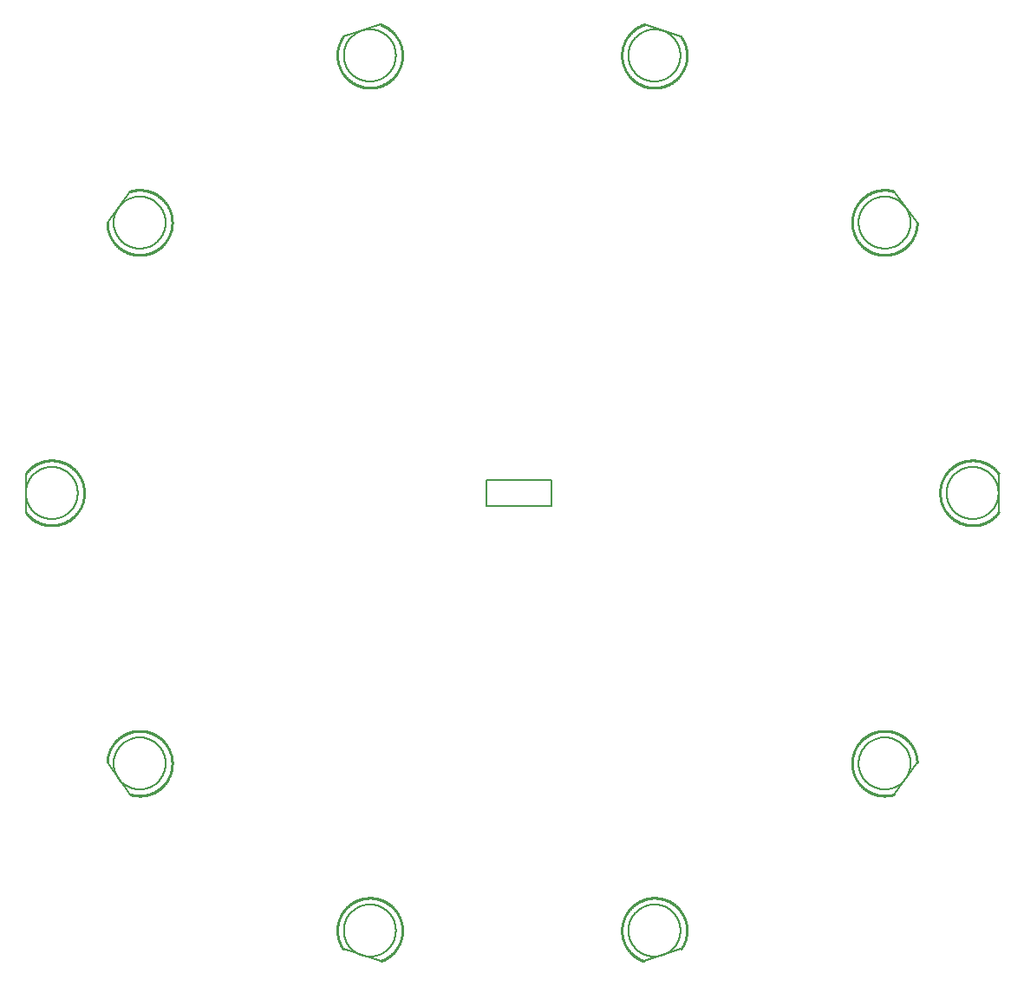
<source format=gto>
G75*
%MOIN*%
%OFA0B0*%
%FSLAX25Y25*%
%IPPOS*%
%LPD*%
%AMOC8*
5,1,8,0,0,1.08239X$1,22.5*
%
%ADD10C,0.00800*%
%ADD11C,0.01000*%
%ADD12C,0.00600*%
%ADD13C,0.00500*%
D10*
X0049122Y0075017D02*
X0040305Y0087152D01*
X0131081Y0015470D02*
X0145347Y0010835D01*
X0246653Y0010835D02*
X0260919Y0015470D01*
X0342878Y0075017D02*
X0351695Y0087152D01*
X0383000Y0183500D02*
X0383000Y0198500D01*
X0351695Y0294848D02*
X0342878Y0306983D01*
X0260919Y0366530D02*
X0246653Y0371165D01*
X0145347Y0371165D02*
X0131081Y0366530D01*
X0049122Y0306983D02*
X0040305Y0294848D01*
X0009000Y0198500D02*
X0009000Y0183500D01*
D11*
X0009187Y0183257D01*
X0009379Y0183019D01*
X0009578Y0182786D01*
X0009782Y0182558D01*
X0009991Y0182335D01*
X0010206Y0182117D01*
X0010426Y0181904D01*
X0010651Y0181697D01*
X0010882Y0181495D01*
X0011117Y0181299D01*
X0011357Y0181109D01*
X0011601Y0180925D01*
X0011850Y0180747D01*
X0012104Y0180575D01*
X0012361Y0180409D01*
X0012622Y0180249D01*
X0012887Y0180096D01*
X0013156Y0179950D01*
X0013429Y0179810D01*
X0013704Y0179677D01*
X0013983Y0179551D01*
X0014265Y0179431D01*
X0014550Y0179319D01*
X0014837Y0179214D01*
X0015127Y0179115D01*
X0015419Y0179024D01*
X0015714Y0178940D01*
X0016010Y0178863D01*
X0016308Y0178793D01*
X0016608Y0178731D01*
X0016909Y0178676D01*
X0017211Y0178629D01*
X0017515Y0178589D01*
X0017819Y0178556D01*
X0018124Y0178531D01*
X0018430Y0178513D01*
X0018736Y0178503D01*
X0019042Y0178500D01*
X0019348Y0178505D01*
X0019654Y0178517D01*
X0019960Y0178537D01*
X0020264Y0178564D01*
X0020569Y0178599D01*
X0020872Y0178641D01*
X0021174Y0178690D01*
X0021475Y0178747D01*
X0021774Y0178812D01*
X0022072Y0178883D01*
X0022367Y0178962D01*
X0022661Y0179048D01*
X0022953Y0179141D01*
X0023242Y0179242D01*
X0023529Y0179349D01*
X0023813Y0179464D01*
X0024094Y0179585D01*
X0024372Y0179713D01*
X0024647Y0179848D01*
X0024918Y0179990D01*
X0025186Y0180138D01*
X0025450Y0180293D01*
X0025710Y0180454D01*
X0025966Y0180621D01*
X0026219Y0180795D01*
X0026466Y0180975D01*
X0026710Y0181161D01*
X0026948Y0181352D01*
X0027182Y0181550D01*
X0027411Y0181753D01*
X0027635Y0181962D01*
X0027854Y0182176D01*
X0028067Y0182396D01*
X0028275Y0182620D01*
X0028478Y0182850D01*
X0028674Y0183084D01*
X0028865Y0183324D01*
X0029050Y0183567D01*
X0029229Y0183816D01*
X0029402Y0184068D01*
X0029569Y0184325D01*
X0029729Y0184586D01*
X0029883Y0184851D01*
X0030030Y0185119D01*
X0030171Y0185391D01*
X0030305Y0185666D01*
X0030432Y0185945D01*
X0030553Y0186226D01*
X0030666Y0186511D01*
X0030772Y0186798D01*
X0030872Y0187087D01*
X0030964Y0187379D01*
X0031049Y0187673D01*
X0031127Y0187969D01*
X0031198Y0188267D01*
X0031261Y0188567D01*
X0031317Y0188868D01*
X0031365Y0189170D01*
X0031406Y0189473D01*
X0031440Y0189777D01*
X0031466Y0190082D01*
X0031485Y0190388D01*
X0031496Y0190694D01*
X0031500Y0191000D01*
X0031496Y0191306D01*
X0031485Y0191612D01*
X0031466Y0191918D01*
X0031440Y0192223D01*
X0031406Y0192527D01*
X0031365Y0192830D01*
X0031317Y0193132D01*
X0031261Y0193433D01*
X0031198Y0193733D01*
X0031127Y0194031D01*
X0031049Y0194327D01*
X0030964Y0194621D01*
X0030872Y0194913D01*
X0030772Y0195202D01*
X0030666Y0195489D01*
X0030553Y0195774D01*
X0030432Y0196055D01*
X0030305Y0196334D01*
X0030171Y0196609D01*
X0030030Y0196881D01*
X0029883Y0197149D01*
X0029729Y0197414D01*
X0029569Y0197675D01*
X0029402Y0197932D01*
X0029229Y0198184D01*
X0029050Y0198433D01*
X0028865Y0198676D01*
X0028674Y0198916D01*
X0028478Y0199150D01*
X0028275Y0199380D01*
X0028067Y0199604D01*
X0027854Y0199824D01*
X0027635Y0200038D01*
X0027411Y0200247D01*
X0027182Y0200450D01*
X0026948Y0200648D01*
X0026710Y0200839D01*
X0026466Y0201025D01*
X0026219Y0201205D01*
X0025966Y0201379D01*
X0025710Y0201546D01*
X0025450Y0201707D01*
X0025186Y0201862D01*
X0024918Y0202010D01*
X0024647Y0202152D01*
X0024372Y0202287D01*
X0024094Y0202415D01*
X0023813Y0202536D01*
X0023529Y0202651D01*
X0023242Y0202758D01*
X0022953Y0202859D01*
X0022661Y0202952D01*
X0022367Y0203038D01*
X0022072Y0203117D01*
X0021774Y0203188D01*
X0021475Y0203253D01*
X0021174Y0203310D01*
X0020872Y0203359D01*
X0020569Y0203401D01*
X0020264Y0203436D01*
X0019960Y0203463D01*
X0019654Y0203483D01*
X0019348Y0203495D01*
X0019042Y0203500D01*
X0018736Y0203497D01*
X0018430Y0203487D01*
X0018124Y0203469D01*
X0017819Y0203444D01*
X0017515Y0203411D01*
X0017211Y0203371D01*
X0016909Y0203324D01*
X0016608Y0203269D01*
X0016308Y0203207D01*
X0016010Y0203137D01*
X0015714Y0203060D01*
X0015419Y0202976D01*
X0015127Y0202885D01*
X0014837Y0202786D01*
X0014550Y0202681D01*
X0014265Y0202569D01*
X0013983Y0202449D01*
X0013704Y0202323D01*
X0013429Y0202190D01*
X0013156Y0202050D01*
X0012887Y0201904D01*
X0012622Y0201751D01*
X0012361Y0201591D01*
X0012104Y0201425D01*
X0011850Y0201253D01*
X0011601Y0201075D01*
X0011357Y0200891D01*
X0011117Y0200701D01*
X0010882Y0200505D01*
X0010651Y0200303D01*
X0010426Y0200096D01*
X0010206Y0199883D01*
X0009991Y0199665D01*
X0009782Y0199442D01*
X0009578Y0199214D01*
X0009379Y0198981D01*
X0009187Y0198743D01*
X0009000Y0198500D01*
X0040305Y0294848D02*
X0040314Y0294542D01*
X0040330Y0294236D01*
X0040353Y0293931D01*
X0040384Y0293627D01*
X0040422Y0293323D01*
X0040468Y0293020D01*
X0040521Y0292719D01*
X0040582Y0292419D01*
X0040649Y0292120D01*
X0040724Y0291823D01*
X0040807Y0291529D01*
X0040896Y0291236D01*
X0040993Y0290945D01*
X0041097Y0290657D01*
X0041208Y0290372D01*
X0041325Y0290089D01*
X0041450Y0289810D01*
X0041581Y0289533D01*
X0041720Y0289260D01*
X0041864Y0288990D01*
X0042016Y0288724D01*
X0042174Y0288462D01*
X0042338Y0288204D01*
X0042508Y0287949D01*
X0042685Y0287699D01*
X0042868Y0287454D01*
X0043056Y0287213D01*
X0043251Y0286976D01*
X0043451Y0286745D01*
X0043657Y0286518D01*
X0043869Y0286297D01*
X0044085Y0286081D01*
X0044307Y0285870D01*
X0044534Y0285665D01*
X0044766Y0285465D01*
X0045003Y0285271D01*
X0045245Y0285083D01*
X0045491Y0284901D01*
X0045741Y0284725D01*
X0045996Y0284555D01*
X0046255Y0284391D01*
X0046517Y0284234D01*
X0046784Y0284083D01*
X0047054Y0283939D01*
X0047327Y0283802D01*
X0047604Y0283671D01*
X0047884Y0283547D01*
X0048167Y0283430D01*
X0048453Y0283320D01*
X0048741Y0283217D01*
X0049032Y0283121D01*
X0049325Y0283032D01*
X0049620Y0282950D01*
X0049917Y0282876D01*
X0050215Y0282809D01*
X0050516Y0282749D01*
X0050817Y0282697D01*
X0051120Y0282652D01*
X0051424Y0282614D01*
X0051728Y0282584D01*
X0052034Y0282562D01*
X0052340Y0282547D01*
X0052646Y0282539D01*
X0052952Y0282539D01*
X0053258Y0282546D01*
X0053564Y0282561D01*
X0053869Y0282583D01*
X0054174Y0282613D01*
X0054477Y0282651D01*
X0054780Y0282695D01*
X0055082Y0282747D01*
X0055382Y0282807D01*
X0055681Y0282874D01*
X0055978Y0282948D01*
X0056273Y0283029D01*
X0056566Y0283118D01*
X0056857Y0283213D01*
X0057145Y0283316D01*
X0057431Y0283426D01*
X0057714Y0283543D01*
X0057994Y0283666D01*
X0058271Y0283797D01*
X0058545Y0283934D01*
X0058815Y0284078D01*
X0059081Y0284229D01*
X0059344Y0284386D01*
X0059603Y0284549D01*
X0059858Y0284719D01*
X0060109Y0284894D01*
X0060355Y0285076D01*
X0060596Y0285264D01*
X0060833Y0285458D01*
X0061066Y0285657D01*
X0061293Y0285863D01*
X0061515Y0286073D01*
X0061732Y0286289D01*
X0061944Y0286510D01*
X0062150Y0286737D01*
X0062350Y0286968D01*
X0062545Y0287204D01*
X0062734Y0287445D01*
X0062917Y0287691D01*
X0063094Y0287941D01*
X0063264Y0288195D01*
X0063429Y0288453D01*
X0063587Y0288715D01*
X0063738Y0288981D01*
X0063884Y0289251D01*
X0064022Y0289524D01*
X0064154Y0289800D01*
X0064278Y0290079D01*
X0064396Y0290362D01*
X0064507Y0290647D01*
X0064611Y0290935D01*
X0064708Y0291226D01*
X0064798Y0291518D01*
X0064881Y0291813D01*
X0064956Y0292110D01*
X0065024Y0292408D01*
X0065085Y0292708D01*
X0065138Y0293010D01*
X0065184Y0293312D01*
X0065223Y0293616D01*
X0065254Y0293921D01*
X0065278Y0294226D01*
X0065294Y0294531D01*
X0065302Y0294837D01*
X0065304Y0295144D01*
X0065297Y0295450D01*
X0065283Y0295756D01*
X0065262Y0296061D01*
X0065233Y0296366D01*
X0065197Y0296670D01*
X0065153Y0296973D01*
X0065102Y0297274D01*
X0065044Y0297575D01*
X0064978Y0297874D01*
X0064905Y0298171D01*
X0064825Y0298467D01*
X0064737Y0298760D01*
X0064642Y0299051D01*
X0064540Y0299340D01*
X0064432Y0299626D01*
X0064316Y0299909D01*
X0064193Y0300190D01*
X0064063Y0300467D01*
X0063927Y0300741D01*
X0063784Y0301012D01*
X0063635Y0301279D01*
X0063478Y0301542D01*
X0063316Y0301802D01*
X0063147Y0302057D01*
X0062972Y0302308D01*
X0062791Y0302555D01*
X0062604Y0302797D01*
X0062411Y0303035D01*
X0062212Y0303268D01*
X0062008Y0303496D01*
X0061798Y0303719D01*
X0061583Y0303936D01*
X0061362Y0304149D01*
X0061137Y0304356D01*
X0060906Y0304557D01*
X0060670Y0304752D01*
X0060430Y0304942D01*
X0060185Y0305126D01*
X0059936Y0305304D01*
X0059683Y0305475D01*
X0059425Y0305641D01*
X0059163Y0305800D01*
X0058898Y0305952D01*
X0058629Y0306098D01*
X0058356Y0306237D01*
X0058080Y0306370D01*
X0057801Y0306496D01*
X0057519Y0306615D01*
X0057234Y0306727D01*
X0056947Y0306832D01*
X0056657Y0306930D01*
X0056364Y0307020D01*
X0056070Y0307104D01*
X0055773Y0307180D01*
X0055475Y0307249D01*
X0055175Y0307311D01*
X0054874Y0307365D01*
X0054571Y0307412D01*
X0054268Y0307452D01*
X0053963Y0307484D01*
X0053658Y0307509D01*
X0053353Y0307526D01*
X0053047Y0307536D01*
X0052740Y0307538D01*
X0052434Y0307533D01*
X0052129Y0307520D01*
X0051823Y0307499D01*
X0051518Y0307472D01*
X0051214Y0307436D01*
X0050911Y0307394D01*
X0050609Y0307344D01*
X0050308Y0307286D01*
X0050009Y0307222D01*
X0049712Y0307149D01*
X0049416Y0307070D01*
X0049122Y0306983D01*
X0131081Y0366530D02*
X0130908Y0366277D01*
X0130741Y0366021D01*
X0130580Y0365760D01*
X0130426Y0365496D01*
X0130279Y0365227D01*
X0130138Y0364956D01*
X0130004Y0364680D01*
X0129876Y0364402D01*
X0129756Y0364121D01*
X0129642Y0363836D01*
X0129535Y0363550D01*
X0129436Y0363260D01*
X0129343Y0362968D01*
X0129258Y0362674D01*
X0129180Y0362378D01*
X0129109Y0362080D01*
X0129045Y0361781D01*
X0128989Y0361480D01*
X0128940Y0361178D01*
X0128899Y0360875D01*
X0128865Y0360570D01*
X0128839Y0360265D01*
X0128820Y0359960D01*
X0128808Y0359654D01*
X0128804Y0359348D01*
X0128807Y0359042D01*
X0128818Y0358736D01*
X0128837Y0358430D01*
X0128863Y0358125D01*
X0128896Y0357821D01*
X0128937Y0357517D01*
X0128985Y0357215D01*
X0129041Y0356914D01*
X0129104Y0356614D01*
X0129174Y0356317D01*
X0129252Y0356020D01*
X0129337Y0355726D01*
X0129429Y0355434D01*
X0129528Y0355145D01*
X0129634Y0354858D01*
X0129747Y0354573D01*
X0129868Y0354292D01*
X0129995Y0354013D01*
X0130128Y0353738D01*
X0130269Y0353466D01*
X0130416Y0353197D01*
X0130569Y0352932D01*
X0130730Y0352671D01*
X0130896Y0352414D01*
X0131069Y0352162D01*
X0131247Y0351913D01*
X0131432Y0351669D01*
X0131623Y0351430D01*
X0131819Y0351195D01*
X0132022Y0350965D01*
X0132229Y0350740D01*
X0132443Y0350521D01*
X0132661Y0350306D01*
X0132885Y0350097D01*
X0133114Y0349894D01*
X0133348Y0349696D01*
X0133586Y0349504D01*
X0133829Y0349318D01*
X0134077Y0349138D01*
X0134329Y0348964D01*
X0134585Y0348797D01*
X0134845Y0348635D01*
X0135109Y0348480D01*
X0135377Y0348332D01*
X0135648Y0348190D01*
X0135923Y0348055D01*
X0136200Y0347926D01*
X0136481Y0347805D01*
X0136765Y0347690D01*
X0137052Y0347582D01*
X0137341Y0347482D01*
X0137632Y0347388D01*
X0137926Y0347302D01*
X0138222Y0347223D01*
X0138520Y0347151D01*
X0138819Y0347087D01*
X0139119Y0347029D01*
X0139422Y0346980D01*
X0139725Y0346937D01*
X0140029Y0346902D01*
X0140334Y0346875D01*
X0140639Y0346855D01*
X0140945Y0346842D01*
X0141251Y0346837D01*
X0141557Y0346840D01*
X0141863Y0346850D01*
X0142169Y0346867D01*
X0142474Y0346892D01*
X0142778Y0346924D01*
X0143082Y0346964D01*
X0143384Y0347011D01*
X0143686Y0347066D01*
X0143985Y0347128D01*
X0144284Y0347197D01*
X0144580Y0347274D01*
X0144874Y0347358D01*
X0145167Y0347449D01*
X0145457Y0347547D01*
X0145744Y0347652D01*
X0146029Y0347764D01*
X0146311Y0347884D01*
X0146590Y0348010D01*
X0146866Y0348142D01*
X0147138Y0348282D01*
X0147407Y0348428D01*
X0147672Y0348581D01*
X0147934Y0348740D01*
X0148191Y0348906D01*
X0148445Y0349077D01*
X0148694Y0349255D01*
X0148939Y0349439D01*
X0149179Y0349629D01*
X0149414Y0349825D01*
X0149645Y0350027D01*
X0149870Y0350234D01*
X0150090Y0350446D01*
X0150306Y0350664D01*
X0150515Y0350887D01*
X0150719Y0351115D01*
X0150918Y0351348D01*
X0151111Y0351586D01*
X0151298Y0351828D01*
X0151478Y0352075D01*
X0151653Y0352327D01*
X0151822Y0352582D01*
X0151984Y0352842D01*
X0152140Y0353105D01*
X0152289Y0353373D01*
X0152432Y0353643D01*
X0152568Y0353918D01*
X0152697Y0354195D01*
X0152820Y0354476D01*
X0152936Y0354759D01*
X0153044Y0355045D01*
X0153146Y0355334D01*
X0153240Y0355625D01*
X0153328Y0355919D01*
X0153408Y0356214D01*
X0153480Y0356511D01*
X0153546Y0356811D01*
X0153604Y0357111D01*
X0153655Y0357413D01*
X0153698Y0357716D01*
X0153734Y0358020D01*
X0153763Y0358325D01*
X0153784Y0358630D01*
X0153798Y0358936D01*
X0153804Y0359242D01*
X0153802Y0359548D01*
X0153793Y0359854D01*
X0153777Y0360160D01*
X0153753Y0360465D01*
X0153722Y0360770D01*
X0153683Y0361073D01*
X0153637Y0361376D01*
X0153583Y0361677D01*
X0153522Y0361977D01*
X0153454Y0362276D01*
X0153378Y0362572D01*
X0153295Y0362867D01*
X0153205Y0363160D01*
X0153108Y0363450D01*
X0153004Y0363738D01*
X0152892Y0364023D01*
X0152774Y0364305D01*
X0152649Y0364585D01*
X0152517Y0364861D01*
X0152379Y0365134D01*
X0152233Y0365403D01*
X0152081Y0365669D01*
X0151923Y0365931D01*
X0151758Y0366189D01*
X0151588Y0366443D01*
X0151410Y0366693D01*
X0151227Y0366938D01*
X0151038Y0367179D01*
X0150843Y0367415D01*
X0150642Y0367646D01*
X0150436Y0367872D01*
X0150224Y0368093D01*
X0150007Y0368309D01*
X0149785Y0368520D01*
X0149558Y0368725D01*
X0149325Y0368924D01*
X0149088Y0369118D01*
X0148846Y0369305D01*
X0148600Y0369487D01*
X0148349Y0369663D01*
X0148094Y0369832D01*
X0147835Y0369995D01*
X0147572Y0370152D01*
X0147305Y0370302D01*
X0147035Y0370446D01*
X0146761Y0370583D01*
X0146484Y0370713D01*
X0146204Y0370837D01*
X0145921Y0370953D01*
X0145635Y0371063D01*
X0145347Y0371165D01*
X0246653Y0371165D02*
X0246365Y0371063D01*
X0246079Y0370953D01*
X0245796Y0370837D01*
X0245516Y0370713D01*
X0245239Y0370583D01*
X0244965Y0370446D01*
X0244695Y0370302D01*
X0244428Y0370152D01*
X0244165Y0369995D01*
X0243906Y0369832D01*
X0243651Y0369663D01*
X0243400Y0369487D01*
X0243154Y0369305D01*
X0242912Y0369118D01*
X0242675Y0368924D01*
X0242442Y0368725D01*
X0242215Y0368520D01*
X0241993Y0368309D01*
X0241776Y0368093D01*
X0241564Y0367872D01*
X0241358Y0367646D01*
X0241157Y0367415D01*
X0240962Y0367179D01*
X0240773Y0366938D01*
X0240590Y0366693D01*
X0240412Y0366443D01*
X0240242Y0366189D01*
X0240077Y0365931D01*
X0239919Y0365669D01*
X0239767Y0365403D01*
X0239621Y0365134D01*
X0239483Y0364861D01*
X0239351Y0364585D01*
X0239226Y0364305D01*
X0239108Y0364023D01*
X0238996Y0363738D01*
X0238892Y0363450D01*
X0238795Y0363160D01*
X0238705Y0362867D01*
X0238622Y0362572D01*
X0238546Y0362276D01*
X0238478Y0361977D01*
X0238417Y0361677D01*
X0238363Y0361376D01*
X0238317Y0361073D01*
X0238278Y0360770D01*
X0238247Y0360465D01*
X0238223Y0360160D01*
X0238207Y0359854D01*
X0238198Y0359548D01*
X0238196Y0359242D01*
X0238202Y0358936D01*
X0238216Y0358630D01*
X0238237Y0358325D01*
X0238266Y0358020D01*
X0238302Y0357716D01*
X0238345Y0357413D01*
X0238396Y0357111D01*
X0238454Y0356811D01*
X0238520Y0356511D01*
X0238592Y0356214D01*
X0238672Y0355919D01*
X0238760Y0355625D01*
X0238854Y0355334D01*
X0238956Y0355045D01*
X0239064Y0354759D01*
X0239180Y0354476D01*
X0239303Y0354195D01*
X0239432Y0353918D01*
X0239568Y0353643D01*
X0239711Y0353373D01*
X0239860Y0353105D01*
X0240016Y0352842D01*
X0240178Y0352582D01*
X0240347Y0352327D01*
X0240522Y0352075D01*
X0240702Y0351828D01*
X0240889Y0351586D01*
X0241082Y0351348D01*
X0241281Y0351115D01*
X0241485Y0350887D01*
X0241694Y0350664D01*
X0241910Y0350446D01*
X0242130Y0350234D01*
X0242355Y0350027D01*
X0242586Y0349825D01*
X0242821Y0349629D01*
X0243061Y0349439D01*
X0243306Y0349255D01*
X0243555Y0349077D01*
X0243809Y0348906D01*
X0244066Y0348740D01*
X0244328Y0348581D01*
X0244593Y0348428D01*
X0244862Y0348282D01*
X0245134Y0348142D01*
X0245410Y0348010D01*
X0245689Y0347884D01*
X0245971Y0347764D01*
X0246256Y0347652D01*
X0246543Y0347547D01*
X0246833Y0347449D01*
X0247126Y0347358D01*
X0247420Y0347274D01*
X0247716Y0347197D01*
X0248015Y0347128D01*
X0248314Y0347066D01*
X0248616Y0347011D01*
X0248918Y0346964D01*
X0249222Y0346924D01*
X0249526Y0346892D01*
X0249831Y0346867D01*
X0250137Y0346850D01*
X0250443Y0346840D01*
X0250749Y0346837D01*
X0251055Y0346842D01*
X0251361Y0346855D01*
X0251666Y0346875D01*
X0251971Y0346902D01*
X0252275Y0346937D01*
X0252578Y0346980D01*
X0252881Y0347029D01*
X0253181Y0347087D01*
X0253480Y0347151D01*
X0253778Y0347223D01*
X0254074Y0347302D01*
X0254368Y0347388D01*
X0254659Y0347482D01*
X0254948Y0347582D01*
X0255235Y0347690D01*
X0255519Y0347805D01*
X0255800Y0347926D01*
X0256077Y0348055D01*
X0256352Y0348190D01*
X0256623Y0348332D01*
X0256891Y0348480D01*
X0257155Y0348635D01*
X0257415Y0348797D01*
X0257671Y0348964D01*
X0257923Y0349138D01*
X0258171Y0349318D01*
X0258414Y0349504D01*
X0258652Y0349696D01*
X0258886Y0349894D01*
X0259115Y0350097D01*
X0259339Y0350306D01*
X0259557Y0350521D01*
X0259771Y0350740D01*
X0259978Y0350965D01*
X0260181Y0351195D01*
X0260377Y0351430D01*
X0260568Y0351669D01*
X0260753Y0351913D01*
X0260931Y0352162D01*
X0261104Y0352414D01*
X0261270Y0352671D01*
X0261431Y0352932D01*
X0261584Y0353197D01*
X0261731Y0353466D01*
X0261872Y0353738D01*
X0262005Y0354013D01*
X0262132Y0354292D01*
X0262253Y0354573D01*
X0262366Y0354858D01*
X0262472Y0355145D01*
X0262571Y0355434D01*
X0262663Y0355726D01*
X0262748Y0356020D01*
X0262826Y0356317D01*
X0262896Y0356614D01*
X0262959Y0356914D01*
X0263015Y0357215D01*
X0263063Y0357517D01*
X0263104Y0357821D01*
X0263137Y0358125D01*
X0263163Y0358430D01*
X0263182Y0358736D01*
X0263193Y0359042D01*
X0263196Y0359348D01*
X0263192Y0359654D01*
X0263180Y0359960D01*
X0263161Y0360265D01*
X0263135Y0360570D01*
X0263101Y0360875D01*
X0263060Y0361178D01*
X0263011Y0361480D01*
X0262955Y0361781D01*
X0262891Y0362080D01*
X0262820Y0362378D01*
X0262742Y0362674D01*
X0262657Y0362968D01*
X0262564Y0363260D01*
X0262465Y0363550D01*
X0262358Y0363836D01*
X0262244Y0364121D01*
X0262124Y0364402D01*
X0261996Y0364680D01*
X0261862Y0364956D01*
X0261721Y0365227D01*
X0261574Y0365496D01*
X0261420Y0365760D01*
X0261259Y0366021D01*
X0261092Y0366277D01*
X0260919Y0366530D01*
X0342878Y0306983D02*
X0342584Y0307070D01*
X0342288Y0307149D01*
X0341991Y0307222D01*
X0341692Y0307286D01*
X0341391Y0307344D01*
X0341089Y0307394D01*
X0340786Y0307436D01*
X0340482Y0307472D01*
X0340177Y0307499D01*
X0339871Y0307520D01*
X0339566Y0307533D01*
X0339260Y0307538D01*
X0338953Y0307536D01*
X0338647Y0307526D01*
X0338342Y0307509D01*
X0338037Y0307484D01*
X0337732Y0307452D01*
X0337429Y0307412D01*
X0337126Y0307365D01*
X0336825Y0307311D01*
X0336525Y0307249D01*
X0336227Y0307180D01*
X0335930Y0307104D01*
X0335636Y0307020D01*
X0335343Y0306930D01*
X0335053Y0306832D01*
X0334766Y0306727D01*
X0334481Y0306615D01*
X0334199Y0306496D01*
X0333920Y0306370D01*
X0333644Y0306237D01*
X0333371Y0306098D01*
X0333102Y0305952D01*
X0332837Y0305800D01*
X0332575Y0305641D01*
X0332317Y0305475D01*
X0332064Y0305304D01*
X0331815Y0305126D01*
X0331570Y0304942D01*
X0331330Y0304752D01*
X0331094Y0304557D01*
X0330863Y0304356D01*
X0330638Y0304149D01*
X0330417Y0303936D01*
X0330202Y0303719D01*
X0329992Y0303496D01*
X0329788Y0303268D01*
X0329589Y0303035D01*
X0329396Y0302797D01*
X0329209Y0302555D01*
X0329028Y0302308D01*
X0328853Y0302057D01*
X0328684Y0301802D01*
X0328522Y0301542D01*
X0328365Y0301279D01*
X0328216Y0301012D01*
X0328073Y0300741D01*
X0327937Y0300467D01*
X0327807Y0300190D01*
X0327684Y0299909D01*
X0327568Y0299626D01*
X0327460Y0299340D01*
X0327358Y0299051D01*
X0327263Y0298760D01*
X0327175Y0298467D01*
X0327095Y0298171D01*
X0327022Y0297874D01*
X0326956Y0297575D01*
X0326898Y0297274D01*
X0326847Y0296973D01*
X0326803Y0296670D01*
X0326767Y0296366D01*
X0326738Y0296061D01*
X0326717Y0295756D01*
X0326703Y0295450D01*
X0326696Y0295144D01*
X0326698Y0294837D01*
X0326706Y0294531D01*
X0326722Y0294226D01*
X0326746Y0293921D01*
X0326777Y0293616D01*
X0326816Y0293312D01*
X0326862Y0293010D01*
X0326915Y0292708D01*
X0326976Y0292408D01*
X0327044Y0292110D01*
X0327119Y0291813D01*
X0327202Y0291518D01*
X0327292Y0291226D01*
X0327389Y0290935D01*
X0327493Y0290647D01*
X0327604Y0290362D01*
X0327722Y0290079D01*
X0327846Y0289800D01*
X0327978Y0289524D01*
X0328116Y0289251D01*
X0328262Y0288981D01*
X0328413Y0288715D01*
X0328571Y0288453D01*
X0328736Y0288195D01*
X0328906Y0287941D01*
X0329083Y0287691D01*
X0329266Y0287445D01*
X0329455Y0287204D01*
X0329650Y0286968D01*
X0329850Y0286737D01*
X0330056Y0286510D01*
X0330268Y0286289D01*
X0330485Y0286073D01*
X0330707Y0285863D01*
X0330934Y0285657D01*
X0331167Y0285458D01*
X0331404Y0285264D01*
X0331645Y0285076D01*
X0331891Y0284894D01*
X0332142Y0284719D01*
X0332397Y0284549D01*
X0332656Y0284386D01*
X0332919Y0284229D01*
X0333185Y0284078D01*
X0333455Y0283934D01*
X0333729Y0283797D01*
X0334006Y0283666D01*
X0334286Y0283543D01*
X0334569Y0283426D01*
X0334855Y0283316D01*
X0335143Y0283213D01*
X0335434Y0283118D01*
X0335727Y0283029D01*
X0336022Y0282948D01*
X0336319Y0282874D01*
X0336618Y0282807D01*
X0336918Y0282747D01*
X0337220Y0282695D01*
X0337523Y0282651D01*
X0337826Y0282613D01*
X0338131Y0282583D01*
X0338436Y0282561D01*
X0338742Y0282546D01*
X0339048Y0282539D01*
X0339354Y0282539D01*
X0339660Y0282547D01*
X0339966Y0282562D01*
X0340272Y0282584D01*
X0340576Y0282614D01*
X0340880Y0282652D01*
X0341183Y0282697D01*
X0341484Y0282749D01*
X0341785Y0282809D01*
X0342083Y0282876D01*
X0342380Y0282950D01*
X0342675Y0283032D01*
X0342968Y0283121D01*
X0343259Y0283217D01*
X0343547Y0283320D01*
X0343833Y0283430D01*
X0344116Y0283547D01*
X0344396Y0283671D01*
X0344673Y0283802D01*
X0344946Y0283939D01*
X0345216Y0284083D01*
X0345483Y0284234D01*
X0345745Y0284391D01*
X0346004Y0284555D01*
X0346259Y0284725D01*
X0346509Y0284901D01*
X0346755Y0285083D01*
X0346997Y0285271D01*
X0347234Y0285465D01*
X0347466Y0285665D01*
X0347693Y0285870D01*
X0347915Y0286081D01*
X0348131Y0286297D01*
X0348343Y0286518D01*
X0348549Y0286745D01*
X0348749Y0286976D01*
X0348944Y0287213D01*
X0349132Y0287454D01*
X0349315Y0287699D01*
X0349492Y0287949D01*
X0349662Y0288204D01*
X0349826Y0288462D01*
X0349984Y0288724D01*
X0350136Y0288990D01*
X0350280Y0289260D01*
X0350419Y0289533D01*
X0350550Y0289810D01*
X0350675Y0290089D01*
X0350792Y0290372D01*
X0350903Y0290657D01*
X0351007Y0290945D01*
X0351104Y0291236D01*
X0351193Y0291529D01*
X0351276Y0291823D01*
X0351351Y0292120D01*
X0351418Y0292419D01*
X0351479Y0292719D01*
X0351532Y0293020D01*
X0351578Y0293323D01*
X0351616Y0293627D01*
X0351647Y0293931D01*
X0351670Y0294236D01*
X0351686Y0294542D01*
X0351695Y0294848D01*
X0383000Y0198500D02*
X0382813Y0198743D01*
X0382621Y0198981D01*
X0382422Y0199214D01*
X0382218Y0199442D01*
X0382009Y0199665D01*
X0381794Y0199883D01*
X0381574Y0200096D01*
X0381349Y0200303D01*
X0381118Y0200505D01*
X0380883Y0200701D01*
X0380643Y0200891D01*
X0380399Y0201075D01*
X0380150Y0201253D01*
X0379896Y0201425D01*
X0379639Y0201591D01*
X0379378Y0201751D01*
X0379113Y0201904D01*
X0378844Y0202050D01*
X0378571Y0202190D01*
X0378296Y0202323D01*
X0378017Y0202449D01*
X0377735Y0202569D01*
X0377450Y0202681D01*
X0377163Y0202786D01*
X0376873Y0202885D01*
X0376581Y0202976D01*
X0376286Y0203060D01*
X0375990Y0203137D01*
X0375692Y0203207D01*
X0375392Y0203269D01*
X0375091Y0203324D01*
X0374789Y0203371D01*
X0374485Y0203411D01*
X0374181Y0203444D01*
X0373876Y0203469D01*
X0373570Y0203487D01*
X0373264Y0203497D01*
X0372958Y0203500D01*
X0372652Y0203495D01*
X0372346Y0203483D01*
X0372040Y0203463D01*
X0371736Y0203436D01*
X0371431Y0203401D01*
X0371128Y0203359D01*
X0370826Y0203310D01*
X0370525Y0203253D01*
X0370226Y0203188D01*
X0369928Y0203117D01*
X0369633Y0203038D01*
X0369339Y0202952D01*
X0369047Y0202859D01*
X0368758Y0202758D01*
X0368471Y0202651D01*
X0368187Y0202536D01*
X0367906Y0202415D01*
X0367628Y0202287D01*
X0367353Y0202152D01*
X0367082Y0202010D01*
X0366814Y0201862D01*
X0366550Y0201707D01*
X0366290Y0201546D01*
X0366034Y0201379D01*
X0365781Y0201205D01*
X0365534Y0201025D01*
X0365290Y0200839D01*
X0365052Y0200648D01*
X0364818Y0200450D01*
X0364589Y0200247D01*
X0364365Y0200038D01*
X0364146Y0199824D01*
X0363933Y0199604D01*
X0363725Y0199380D01*
X0363522Y0199150D01*
X0363326Y0198916D01*
X0363135Y0198676D01*
X0362950Y0198433D01*
X0362771Y0198184D01*
X0362598Y0197932D01*
X0362431Y0197675D01*
X0362271Y0197414D01*
X0362117Y0197149D01*
X0361970Y0196881D01*
X0361829Y0196609D01*
X0361695Y0196334D01*
X0361568Y0196055D01*
X0361447Y0195774D01*
X0361334Y0195489D01*
X0361228Y0195202D01*
X0361128Y0194913D01*
X0361036Y0194621D01*
X0360951Y0194327D01*
X0360873Y0194031D01*
X0360802Y0193733D01*
X0360739Y0193433D01*
X0360683Y0193132D01*
X0360635Y0192830D01*
X0360594Y0192527D01*
X0360560Y0192223D01*
X0360534Y0191918D01*
X0360515Y0191612D01*
X0360504Y0191306D01*
X0360500Y0191000D01*
X0360504Y0190694D01*
X0360515Y0190388D01*
X0360534Y0190082D01*
X0360560Y0189777D01*
X0360594Y0189473D01*
X0360635Y0189170D01*
X0360683Y0188868D01*
X0360739Y0188567D01*
X0360802Y0188267D01*
X0360873Y0187969D01*
X0360951Y0187673D01*
X0361036Y0187379D01*
X0361128Y0187087D01*
X0361228Y0186798D01*
X0361334Y0186511D01*
X0361447Y0186226D01*
X0361568Y0185945D01*
X0361695Y0185666D01*
X0361829Y0185391D01*
X0361970Y0185119D01*
X0362117Y0184851D01*
X0362271Y0184586D01*
X0362431Y0184325D01*
X0362598Y0184068D01*
X0362771Y0183816D01*
X0362950Y0183567D01*
X0363135Y0183324D01*
X0363326Y0183084D01*
X0363522Y0182850D01*
X0363725Y0182620D01*
X0363933Y0182396D01*
X0364146Y0182176D01*
X0364365Y0181962D01*
X0364589Y0181753D01*
X0364818Y0181550D01*
X0365052Y0181352D01*
X0365290Y0181161D01*
X0365534Y0180975D01*
X0365781Y0180795D01*
X0366034Y0180621D01*
X0366290Y0180454D01*
X0366550Y0180293D01*
X0366814Y0180138D01*
X0367082Y0179990D01*
X0367353Y0179848D01*
X0367628Y0179713D01*
X0367906Y0179585D01*
X0368187Y0179464D01*
X0368471Y0179349D01*
X0368758Y0179242D01*
X0369047Y0179141D01*
X0369339Y0179048D01*
X0369633Y0178962D01*
X0369928Y0178883D01*
X0370226Y0178812D01*
X0370525Y0178747D01*
X0370826Y0178690D01*
X0371128Y0178641D01*
X0371431Y0178599D01*
X0371736Y0178564D01*
X0372040Y0178537D01*
X0372346Y0178517D01*
X0372652Y0178505D01*
X0372958Y0178500D01*
X0373264Y0178503D01*
X0373570Y0178513D01*
X0373876Y0178531D01*
X0374181Y0178556D01*
X0374485Y0178589D01*
X0374789Y0178629D01*
X0375091Y0178676D01*
X0375392Y0178731D01*
X0375692Y0178793D01*
X0375990Y0178863D01*
X0376286Y0178940D01*
X0376581Y0179024D01*
X0376873Y0179115D01*
X0377163Y0179214D01*
X0377450Y0179319D01*
X0377735Y0179431D01*
X0378017Y0179551D01*
X0378296Y0179677D01*
X0378571Y0179810D01*
X0378844Y0179950D01*
X0379113Y0180096D01*
X0379378Y0180249D01*
X0379639Y0180409D01*
X0379896Y0180575D01*
X0380150Y0180747D01*
X0380399Y0180925D01*
X0380643Y0181109D01*
X0380883Y0181299D01*
X0381118Y0181495D01*
X0381349Y0181697D01*
X0381574Y0181904D01*
X0381794Y0182117D01*
X0382009Y0182335D01*
X0382218Y0182558D01*
X0382422Y0182786D01*
X0382621Y0183019D01*
X0382813Y0183257D01*
X0383000Y0183500D01*
X0351695Y0087152D02*
X0351686Y0087458D01*
X0351670Y0087764D01*
X0351647Y0088069D01*
X0351616Y0088373D01*
X0351578Y0088677D01*
X0351532Y0088980D01*
X0351479Y0089281D01*
X0351418Y0089581D01*
X0351351Y0089880D01*
X0351276Y0090177D01*
X0351193Y0090471D01*
X0351104Y0090764D01*
X0351007Y0091055D01*
X0350903Y0091343D01*
X0350792Y0091628D01*
X0350675Y0091911D01*
X0350550Y0092190D01*
X0350419Y0092467D01*
X0350280Y0092740D01*
X0350136Y0093010D01*
X0349984Y0093276D01*
X0349826Y0093538D01*
X0349662Y0093796D01*
X0349492Y0094051D01*
X0349315Y0094301D01*
X0349132Y0094546D01*
X0348944Y0094787D01*
X0348749Y0095024D01*
X0348549Y0095255D01*
X0348343Y0095482D01*
X0348131Y0095703D01*
X0347915Y0095919D01*
X0347693Y0096130D01*
X0347466Y0096335D01*
X0347234Y0096535D01*
X0346997Y0096729D01*
X0346755Y0096917D01*
X0346509Y0097099D01*
X0346259Y0097275D01*
X0346004Y0097445D01*
X0345745Y0097609D01*
X0345483Y0097766D01*
X0345216Y0097917D01*
X0344946Y0098061D01*
X0344673Y0098198D01*
X0344396Y0098329D01*
X0344116Y0098453D01*
X0343833Y0098570D01*
X0343547Y0098680D01*
X0343259Y0098783D01*
X0342968Y0098879D01*
X0342675Y0098968D01*
X0342380Y0099050D01*
X0342083Y0099124D01*
X0341785Y0099191D01*
X0341484Y0099251D01*
X0341183Y0099303D01*
X0340880Y0099348D01*
X0340576Y0099386D01*
X0340272Y0099416D01*
X0339966Y0099438D01*
X0339660Y0099453D01*
X0339354Y0099461D01*
X0339048Y0099461D01*
X0338742Y0099454D01*
X0338436Y0099439D01*
X0338131Y0099417D01*
X0337826Y0099387D01*
X0337523Y0099349D01*
X0337220Y0099305D01*
X0336918Y0099253D01*
X0336618Y0099193D01*
X0336319Y0099126D01*
X0336022Y0099052D01*
X0335727Y0098971D01*
X0335434Y0098882D01*
X0335143Y0098787D01*
X0334855Y0098684D01*
X0334569Y0098574D01*
X0334286Y0098457D01*
X0334006Y0098334D01*
X0333729Y0098203D01*
X0333455Y0098066D01*
X0333185Y0097922D01*
X0332919Y0097771D01*
X0332656Y0097614D01*
X0332397Y0097451D01*
X0332142Y0097281D01*
X0331891Y0097106D01*
X0331645Y0096924D01*
X0331404Y0096736D01*
X0331167Y0096542D01*
X0330934Y0096343D01*
X0330707Y0096137D01*
X0330485Y0095927D01*
X0330268Y0095711D01*
X0330056Y0095490D01*
X0329850Y0095263D01*
X0329650Y0095032D01*
X0329455Y0094796D01*
X0329266Y0094555D01*
X0329083Y0094309D01*
X0328906Y0094059D01*
X0328736Y0093805D01*
X0328571Y0093547D01*
X0328413Y0093285D01*
X0328262Y0093019D01*
X0328116Y0092749D01*
X0327978Y0092476D01*
X0327846Y0092200D01*
X0327722Y0091921D01*
X0327604Y0091638D01*
X0327493Y0091353D01*
X0327389Y0091065D01*
X0327292Y0090774D01*
X0327202Y0090482D01*
X0327119Y0090187D01*
X0327044Y0089890D01*
X0326976Y0089592D01*
X0326915Y0089292D01*
X0326862Y0088990D01*
X0326816Y0088688D01*
X0326777Y0088384D01*
X0326746Y0088079D01*
X0326722Y0087774D01*
X0326706Y0087469D01*
X0326698Y0087163D01*
X0326696Y0086856D01*
X0326703Y0086550D01*
X0326717Y0086244D01*
X0326738Y0085939D01*
X0326767Y0085634D01*
X0326803Y0085330D01*
X0326847Y0085027D01*
X0326898Y0084726D01*
X0326956Y0084425D01*
X0327022Y0084126D01*
X0327095Y0083829D01*
X0327175Y0083533D01*
X0327263Y0083240D01*
X0327358Y0082949D01*
X0327460Y0082660D01*
X0327568Y0082374D01*
X0327684Y0082091D01*
X0327807Y0081810D01*
X0327937Y0081533D01*
X0328073Y0081259D01*
X0328216Y0080988D01*
X0328365Y0080721D01*
X0328522Y0080458D01*
X0328684Y0080198D01*
X0328853Y0079943D01*
X0329028Y0079692D01*
X0329209Y0079445D01*
X0329396Y0079203D01*
X0329589Y0078965D01*
X0329788Y0078732D01*
X0329992Y0078504D01*
X0330202Y0078281D01*
X0330417Y0078064D01*
X0330638Y0077851D01*
X0330863Y0077644D01*
X0331094Y0077443D01*
X0331330Y0077248D01*
X0331570Y0077058D01*
X0331815Y0076874D01*
X0332064Y0076696D01*
X0332317Y0076525D01*
X0332575Y0076359D01*
X0332837Y0076200D01*
X0333102Y0076048D01*
X0333371Y0075902D01*
X0333644Y0075763D01*
X0333920Y0075630D01*
X0334199Y0075504D01*
X0334481Y0075385D01*
X0334766Y0075273D01*
X0335053Y0075168D01*
X0335343Y0075070D01*
X0335636Y0074980D01*
X0335930Y0074896D01*
X0336227Y0074820D01*
X0336525Y0074751D01*
X0336825Y0074689D01*
X0337126Y0074635D01*
X0337429Y0074588D01*
X0337732Y0074548D01*
X0338037Y0074516D01*
X0338342Y0074491D01*
X0338647Y0074474D01*
X0338953Y0074464D01*
X0339260Y0074462D01*
X0339566Y0074467D01*
X0339871Y0074480D01*
X0340177Y0074501D01*
X0340482Y0074528D01*
X0340786Y0074564D01*
X0341089Y0074606D01*
X0341391Y0074656D01*
X0341692Y0074714D01*
X0341991Y0074778D01*
X0342288Y0074851D01*
X0342584Y0074930D01*
X0342878Y0075017D01*
X0260919Y0015470D02*
X0261092Y0015723D01*
X0261259Y0015979D01*
X0261420Y0016240D01*
X0261574Y0016504D01*
X0261721Y0016773D01*
X0261862Y0017044D01*
X0261996Y0017320D01*
X0262124Y0017598D01*
X0262244Y0017879D01*
X0262358Y0018164D01*
X0262465Y0018450D01*
X0262564Y0018740D01*
X0262657Y0019032D01*
X0262742Y0019326D01*
X0262820Y0019622D01*
X0262891Y0019920D01*
X0262955Y0020219D01*
X0263011Y0020520D01*
X0263060Y0020822D01*
X0263101Y0021125D01*
X0263135Y0021430D01*
X0263161Y0021735D01*
X0263180Y0022040D01*
X0263192Y0022346D01*
X0263196Y0022652D01*
X0263193Y0022958D01*
X0263182Y0023264D01*
X0263163Y0023570D01*
X0263137Y0023875D01*
X0263104Y0024179D01*
X0263063Y0024483D01*
X0263015Y0024785D01*
X0262959Y0025086D01*
X0262896Y0025386D01*
X0262826Y0025683D01*
X0262748Y0025980D01*
X0262663Y0026274D01*
X0262571Y0026566D01*
X0262472Y0026855D01*
X0262366Y0027142D01*
X0262253Y0027427D01*
X0262132Y0027708D01*
X0262005Y0027987D01*
X0261872Y0028262D01*
X0261731Y0028534D01*
X0261584Y0028803D01*
X0261431Y0029068D01*
X0261270Y0029329D01*
X0261104Y0029586D01*
X0260931Y0029838D01*
X0260753Y0030087D01*
X0260568Y0030331D01*
X0260377Y0030570D01*
X0260181Y0030805D01*
X0259978Y0031035D01*
X0259771Y0031260D01*
X0259557Y0031479D01*
X0259339Y0031694D01*
X0259115Y0031903D01*
X0258886Y0032106D01*
X0258652Y0032304D01*
X0258414Y0032496D01*
X0258171Y0032682D01*
X0257923Y0032862D01*
X0257671Y0033036D01*
X0257415Y0033203D01*
X0257155Y0033365D01*
X0256891Y0033520D01*
X0256623Y0033668D01*
X0256352Y0033810D01*
X0256077Y0033945D01*
X0255800Y0034074D01*
X0255519Y0034195D01*
X0255235Y0034310D01*
X0254948Y0034418D01*
X0254659Y0034518D01*
X0254368Y0034612D01*
X0254074Y0034698D01*
X0253778Y0034777D01*
X0253480Y0034849D01*
X0253181Y0034913D01*
X0252881Y0034971D01*
X0252578Y0035020D01*
X0252275Y0035063D01*
X0251971Y0035098D01*
X0251666Y0035125D01*
X0251361Y0035145D01*
X0251055Y0035158D01*
X0250749Y0035163D01*
X0250443Y0035160D01*
X0250137Y0035150D01*
X0249831Y0035133D01*
X0249526Y0035108D01*
X0249222Y0035076D01*
X0248918Y0035036D01*
X0248616Y0034989D01*
X0248314Y0034934D01*
X0248015Y0034872D01*
X0247716Y0034803D01*
X0247420Y0034726D01*
X0247126Y0034642D01*
X0246833Y0034551D01*
X0246543Y0034453D01*
X0246256Y0034348D01*
X0245971Y0034236D01*
X0245689Y0034116D01*
X0245410Y0033990D01*
X0245134Y0033858D01*
X0244862Y0033718D01*
X0244593Y0033572D01*
X0244328Y0033419D01*
X0244066Y0033260D01*
X0243809Y0033094D01*
X0243555Y0032923D01*
X0243306Y0032745D01*
X0243061Y0032561D01*
X0242821Y0032371D01*
X0242586Y0032175D01*
X0242355Y0031973D01*
X0242130Y0031766D01*
X0241910Y0031554D01*
X0241694Y0031336D01*
X0241485Y0031113D01*
X0241281Y0030885D01*
X0241082Y0030652D01*
X0240889Y0030414D01*
X0240702Y0030172D01*
X0240522Y0029925D01*
X0240347Y0029673D01*
X0240178Y0029418D01*
X0240016Y0029158D01*
X0239860Y0028895D01*
X0239711Y0028627D01*
X0239568Y0028357D01*
X0239432Y0028082D01*
X0239303Y0027805D01*
X0239180Y0027524D01*
X0239064Y0027241D01*
X0238956Y0026955D01*
X0238854Y0026666D01*
X0238760Y0026375D01*
X0238672Y0026081D01*
X0238592Y0025786D01*
X0238520Y0025489D01*
X0238454Y0025189D01*
X0238396Y0024889D01*
X0238345Y0024587D01*
X0238302Y0024284D01*
X0238266Y0023980D01*
X0238237Y0023675D01*
X0238216Y0023370D01*
X0238202Y0023064D01*
X0238196Y0022758D01*
X0238198Y0022452D01*
X0238207Y0022146D01*
X0238223Y0021840D01*
X0238247Y0021535D01*
X0238278Y0021230D01*
X0238317Y0020927D01*
X0238363Y0020624D01*
X0238417Y0020323D01*
X0238478Y0020023D01*
X0238546Y0019724D01*
X0238622Y0019428D01*
X0238705Y0019133D01*
X0238795Y0018840D01*
X0238892Y0018550D01*
X0238996Y0018262D01*
X0239108Y0017977D01*
X0239226Y0017695D01*
X0239351Y0017415D01*
X0239483Y0017139D01*
X0239621Y0016866D01*
X0239767Y0016597D01*
X0239919Y0016331D01*
X0240077Y0016069D01*
X0240242Y0015811D01*
X0240412Y0015557D01*
X0240590Y0015307D01*
X0240773Y0015062D01*
X0240962Y0014821D01*
X0241157Y0014585D01*
X0241358Y0014354D01*
X0241564Y0014128D01*
X0241776Y0013907D01*
X0241993Y0013691D01*
X0242215Y0013480D01*
X0242442Y0013275D01*
X0242675Y0013076D01*
X0242912Y0012882D01*
X0243154Y0012695D01*
X0243400Y0012513D01*
X0243651Y0012337D01*
X0243906Y0012168D01*
X0244165Y0012005D01*
X0244428Y0011848D01*
X0244695Y0011698D01*
X0244965Y0011554D01*
X0245239Y0011417D01*
X0245516Y0011287D01*
X0245796Y0011163D01*
X0246079Y0011047D01*
X0246365Y0010937D01*
X0246653Y0010835D01*
X0145347Y0010835D02*
X0145635Y0010937D01*
X0145921Y0011047D01*
X0146204Y0011163D01*
X0146484Y0011287D01*
X0146761Y0011417D01*
X0147035Y0011554D01*
X0147305Y0011698D01*
X0147572Y0011848D01*
X0147835Y0012005D01*
X0148094Y0012168D01*
X0148349Y0012337D01*
X0148600Y0012513D01*
X0148846Y0012695D01*
X0149088Y0012882D01*
X0149325Y0013076D01*
X0149558Y0013275D01*
X0149785Y0013480D01*
X0150007Y0013691D01*
X0150224Y0013907D01*
X0150436Y0014128D01*
X0150642Y0014354D01*
X0150843Y0014585D01*
X0151038Y0014821D01*
X0151227Y0015062D01*
X0151410Y0015307D01*
X0151588Y0015557D01*
X0151758Y0015811D01*
X0151923Y0016069D01*
X0152081Y0016331D01*
X0152233Y0016597D01*
X0152379Y0016866D01*
X0152517Y0017139D01*
X0152649Y0017415D01*
X0152774Y0017695D01*
X0152892Y0017977D01*
X0153004Y0018262D01*
X0153108Y0018550D01*
X0153205Y0018840D01*
X0153295Y0019133D01*
X0153378Y0019428D01*
X0153454Y0019724D01*
X0153522Y0020023D01*
X0153583Y0020323D01*
X0153637Y0020624D01*
X0153683Y0020927D01*
X0153722Y0021230D01*
X0153753Y0021535D01*
X0153777Y0021840D01*
X0153793Y0022146D01*
X0153802Y0022452D01*
X0153804Y0022758D01*
X0153798Y0023064D01*
X0153784Y0023370D01*
X0153763Y0023675D01*
X0153734Y0023980D01*
X0153698Y0024284D01*
X0153655Y0024587D01*
X0153604Y0024889D01*
X0153546Y0025189D01*
X0153480Y0025489D01*
X0153408Y0025786D01*
X0153328Y0026081D01*
X0153240Y0026375D01*
X0153146Y0026666D01*
X0153044Y0026955D01*
X0152936Y0027241D01*
X0152820Y0027524D01*
X0152697Y0027805D01*
X0152568Y0028082D01*
X0152432Y0028357D01*
X0152289Y0028627D01*
X0152140Y0028895D01*
X0151984Y0029158D01*
X0151822Y0029418D01*
X0151653Y0029673D01*
X0151478Y0029925D01*
X0151298Y0030172D01*
X0151111Y0030414D01*
X0150918Y0030652D01*
X0150719Y0030885D01*
X0150515Y0031113D01*
X0150306Y0031336D01*
X0150090Y0031554D01*
X0149870Y0031766D01*
X0149645Y0031973D01*
X0149414Y0032175D01*
X0149179Y0032371D01*
X0148939Y0032561D01*
X0148694Y0032745D01*
X0148445Y0032923D01*
X0148191Y0033094D01*
X0147934Y0033260D01*
X0147672Y0033419D01*
X0147407Y0033572D01*
X0147138Y0033718D01*
X0146866Y0033858D01*
X0146590Y0033990D01*
X0146311Y0034116D01*
X0146029Y0034236D01*
X0145744Y0034348D01*
X0145457Y0034453D01*
X0145167Y0034551D01*
X0144874Y0034642D01*
X0144580Y0034726D01*
X0144284Y0034803D01*
X0143985Y0034872D01*
X0143686Y0034934D01*
X0143384Y0034989D01*
X0143082Y0035036D01*
X0142778Y0035076D01*
X0142474Y0035108D01*
X0142169Y0035133D01*
X0141863Y0035150D01*
X0141557Y0035160D01*
X0141251Y0035163D01*
X0140945Y0035158D01*
X0140639Y0035145D01*
X0140334Y0035125D01*
X0140029Y0035098D01*
X0139725Y0035063D01*
X0139422Y0035020D01*
X0139119Y0034971D01*
X0138819Y0034913D01*
X0138520Y0034849D01*
X0138222Y0034777D01*
X0137926Y0034698D01*
X0137632Y0034612D01*
X0137341Y0034518D01*
X0137052Y0034418D01*
X0136765Y0034310D01*
X0136481Y0034195D01*
X0136200Y0034074D01*
X0135923Y0033945D01*
X0135648Y0033810D01*
X0135377Y0033668D01*
X0135109Y0033520D01*
X0134845Y0033365D01*
X0134585Y0033203D01*
X0134329Y0033036D01*
X0134077Y0032862D01*
X0133829Y0032682D01*
X0133586Y0032496D01*
X0133348Y0032304D01*
X0133114Y0032106D01*
X0132885Y0031903D01*
X0132661Y0031694D01*
X0132443Y0031479D01*
X0132229Y0031260D01*
X0132022Y0031035D01*
X0131819Y0030805D01*
X0131623Y0030570D01*
X0131432Y0030331D01*
X0131247Y0030087D01*
X0131069Y0029838D01*
X0130896Y0029586D01*
X0130730Y0029329D01*
X0130569Y0029068D01*
X0130416Y0028803D01*
X0130269Y0028534D01*
X0130128Y0028262D01*
X0129995Y0027987D01*
X0129868Y0027708D01*
X0129747Y0027427D01*
X0129634Y0027142D01*
X0129528Y0026855D01*
X0129429Y0026566D01*
X0129337Y0026274D01*
X0129252Y0025980D01*
X0129174Y0025683D01*
X0129104Y0025386D01*
X0129041Y0025086D01*
X0128985Y0024785D01*
X0128937Y0024483D01*
X0128896Y0024179D01*
X0128863Y0023875D01*
X0128837Y0023570D01*
X0128818Y0023264D01*
X0128807Y0022958D01*
X0128804Y0022652D01*
X0128808Y0022346D01*
X0128820Y0022040D01*
X0128839Y0021735D01*
X0128865Y0021430D01*
X0128899Y0021125D01*
X0128940Y0020822D01*
X0128989Y0020520D01*
X0129045Y0020219D01*
X0129109Y0019920D01*
X0129180Y0019622D01*
X0129258Y0019326D01*
X0129343Y0019032D01*
X0129436Y0018740D01*
X0129535Y0018450D01*
X0129642Y0018164D01*
X0129756Y0017879D01*
X0129876Y0017598D01*
X0130004Y0017320D01*
X0130138Y0017044D01*
X0130279Y0016773D01*
X0130426Y0016504D01*
X0130580Y0016240D01*
X0130741Y0015979D01*
X0130908Y0015723D01*
X0131081Y0015470D01*
X0049122Y0075017D02*
X0049416Y0074930D01*
X0049712Y0074851D01*
X0050009Y0074778D01*
X0050308Y0074714D01*
X0050609Y0074656D01*
X0050911Y0074606D01*
X0051214Y0074564D01*
X0051518Y0074528D01*
X0051823Y0074501D01*
X0052129Y0074480D01*
X0052434Y0074467D01*
X0052740Y0074462D01*
X0053047Y0074464D01*
X0053353Y0074474D01*
X0053658Y0074491D01*
X0053963Y0074516D01*
X0054268Y0074548D01*
X0054571Y0074588D01*
X0054874Y0074635D01*
X0055175Y0074689D01*
X0055475Y0074751D01*
X0055773Y0074820D01*
X0056070Y0074896D01*
X0056364Y0074980D01*
X0056657Y0075070D01*
X0056947Y0075168D01*
X0057234Y0075273D01*
X0057519Y0075385D01*
X0057801Y0075504D01*
X0058080Y0075630D01*
X0058356Y0075763D01*
X0058629Y0075902D01*
X0058898Y0076048D01*
X0059163Y0076200D01*
X0059425Y0076359D01*
X0059683Y0076525D01*
X0059936Y0076696D01*
X0060185Y0076874D01*
X0060430Y0077058D01*
X0060670Y0077248D01*
X0060906Y0077443D01*
X0061137Y0077644D01*
X0061362Y0077851D01*
X0061583Y0078064D01*
X0061798Y0078281D01*
X0062008Y0078504D01*
X0062212Y0078732D01*
X0062411Y0078965D01*
X0062604Y0079203D01*
X0062791Y0079445D01*
X0062972Y0079692D01*
X0063147Y0079943D01*
X0063316Y0080198D01*
X0063478Y0080458D01*
X0063635Y0080721D01*
X0063784Y0080988D01*
X0063927Y0081259D01*
X0064063Y0081533D01*
X0064193Y0081810D01*
X0064316Y0082091D01*
X0064432Y0082374D01*
X0064540Y0082660D01*
X0064642Y0082949D01*
X0064737Y0083240D01*
X0064825Y0083533D01*
X0064905Y0083829D01*
X0064978Y0084126D01*
X0065044Y0084425D01*
X0065102Y0084726D01*
X0065153Y0085027D01*
X0065197Y0085330D01*
X0065233Y0085634D01*
X0065262Y0085939D01*
X0065283Y0086244D01*
X0065297Y0086550D01*
X0065304Y0086856D01*
X0065302Y0087163D01*
X0065294Y0087469D01*
X0065278Y0087774D01*
X0065254Y0088079D01*
X0065223Y0088384D01*
X0065184Y0088688D01*
X0065138Y0088990D01*
X0065085Y0089292D01*
X0065024Y0089592D01*
X0064956Y0089890D01*
X0064881Y0090187D01*
X0064798Y0090482D01*
X0064708Y0090774D01*
X0064611Y0091065D01*
X0064507Y0091353D01*
X0064396Y0091638D01*
X0064278Y0091921D01*
X0064154Y0092200D01*
X0064022Y0092476D01*
X0063884Y0092749D01*
X0063738Y0093019D01*
X0063587Y0093285D01*
X0063429Y0093547D01*
X0063264Y0093805D01*
X0063094Y0094059D01*
X0062917Y0094309D01*
X0062734Y0094555D01*
X0062545Y0094796D01*
X0062350Y0095032D01*
X0062150Y0095263D01*
X0061944Y0095490D01*
X0061732Y0095711D01*
X0061515Y0095927D01*
X0061293Y0096137D01*
X0061066Y0096343D01*
X0060833Y0096542D01*
X0060596Y0096736D01*
X0060355Y0096924D01*
X0060109Y0097106D01*
X0059858Y0097281D01*
X0059603Y0097451D01*
X0059344Y0097614D01*
X0059081Y0097771D01*
X0058815Y0097922D01*
X0058545Y0098066D01*
X0058271Y0098203D01*
X0057994Y0098334D01*
X0057714Y0098457D01*
X0057431Y0098574D01*
X0057145Y0098684D01*
X0056857Y0098787D01*
X0056566Y0098882D01*
X0056273Y0098971D01*
X0055978Y0099052D01*
X0055681Y0099126D01*
X0055382Y0099193D01*
X0055082Y0099253D01*
X0054780Y0099305D01*
X0054477Y0099349D01*
X0054174Y0099387D01*
X0053869Y0099417D01*
X0053564Y0099439D01*
X0053258Y0099454D01*
X0052952Y0099461D01*
X0052646Y0099461D01*
X0052340Y0099453D01*
X0052034Y0099438D01*
X0051728Y0099416D01*
X0051424Y0099386D01*
X0051120Y0099348D01*
X0050817Y0099303D01*
X0050516Y0099251D01*
X0050215Y0099191D01*
X0049917Y0099124D01*
X0049620Y0099050D01*
X0049325Y0098968D01*
X0049032Y0098879D01*
X0048741Y0098783D01*
X0048453Y0098680D01*
X0048167Y0098570D01*
X0047884Y0098453D01*
X0047604Y0098329D01*
X0047327Y0098198D01*
X0047054Y0098061D01*
X0046784Y0097917D01*
X0046517Y0097766D01*
X0046255Y0097609D01*
X0045996Y0097445D01*
X0045741Y0097275D01*
X0045491Y0097099D01*
X0045245Y0096917D01*
X0045003Y0096729D01*
X0044766Y0096535D01*
X0044534Y0096335D01*
X0044307Y0096130D01*
X0044085Y0095919D01*
X0043869Y0095703D01*
X0043657Y0095482D01*
X0043451Y0095255D01*
X0043251Y0095024D01*
X0043056Y0094787D01*
X0042868Y0094546D01*
X0042685Y0094301D01*
X0042508Y0094051D01*
X0042338Y0093796D01*
X0042174Y0093538D01*
X0042016Y0093276D01*
X0041864Y0093010D01*
X0041720Y0092740D01*
X0041581Y0092467D01*
X0041450Y0092190D01*
X0041325Y0091911D01*
X0041208Y0091628D01*
X0041097Y0091343D01*
X0040993Y0091055D01*
X0040896Y0090764D01*
X0040807Y0090471D01*
X0040724Y0090177D01*
X0040649Y0089880D01*
X0040582Y0089581D01*
X0040521Y0089281D01*
X0040468Y0088980D01*
X0040422Y0088677D01*
X0040384Y0088373D01*
X0040353Y0088069D01*
X0040330Y0087764D01*
X0040314Y0087458D01*
X0040305Y0087152D01*
D12*
X0042804Y0086962D02*
X0042807Y0087207D01*
X0042816Y0087453D01*
X0042831Y0087698D01*
X0042852Y0087942D01*
X0042879Y0088186D01*
X0042912Y0088429D01*
X0042951Y0088672D01*
X0042996Y0088913D01*
X0043047Y0089153D01*
X0043104Y0089392D01*
X0043166Y0089629D01*
X0043235Y0089865D01*
X0043309Y0090099D01*
X0043389Y0090331D01*
X0043474Y0090561D01*
X0043565Y0090789D01*
X0043662Y0091014D01*
X0043764Y0091238D01*
X0043872Y0091458D01*
X0043985Y0091676D01*
X0044103Y0091891D01*
X0044227Y0092103D01*
X0044355Y0092312D01*
X0044489Y0092518D01*
X0044628Y0092720D01*
X0044772Y0092919D01*
X0044921Y0093114D01*
X0045074Y0093306D01*
X0045232Y0093494D01*
X0045394Y0093678D01*
X0045562Y0093857D01*
X0045733Y0094033D01*
X0045909Y0094204D01*
X0046088Y0094372D01*
X0046272Y0094534D01*
X0046460Y0094692D01*
X0046652Y0094845D01*
X0046847Y0094994D01*
X0047046Y0095138D01*
X0047248Y0095277D01*
X0047454Y0095411D01*
X0047663Y0095539D01*
X0047875Y0095663D01*
X0048090Y0095781D01*
X0048308Y0095894D01*
X0048528Y0096002D01*
X0048752Y0096104D01*
X0048977Y0096201D01*
X0049205Y0096292D01*
X0049435Y0096377D01*
X0049667Y0096457D01*
X0049901Y0096531D01*
X0050137Y0096600D01*
X0050374Y0096662D01*
X0050613Y0096719D01*
X0050853Y0096770D01*
X0051094Y0096815D01*
X0051337Y0096854D01*
X0051580Y0096887D01*
X0051824Y0096914D01*
X0052068Y0096935D01*
X0052313Y0096950D01*
X0052559Y0096959D01*
X0052804Y0096962D01*
X0053049Y0096959D01*
X0053295Y0096950D01*
X0053540Y0096935D01*
X0053784Y0096914D01*
X0054028Y0096887D01*
X0054271Y0096854D01*
X0054514Y0096815D01*
X0054755Y0096770D01*
X0054995Y0096719D01*
X0055234Y0096662D01*
X0055471Y0096600D01*
X0055707Y0096531D01*
X0055941Y0096457D01*
X0056173Y0096377D01*
X0056403Y0096292D01*
X0056631Y0096201D01*
X0056856Y0096104D01*
X0057080Y0096002D01*
X0057300Y0095894D01*
X0057518Y0095781D01*
X0057733Y0095663D01*
X0057945Y0095539D01*
X0058154Y0095411D01*
X0058360Y0095277D01*
X0058562Y0095138D01*
X0058761Y0094994D01*
X0058956Y0094845D01*
X0059148Y0094692D01*
X0059336Y0094534D01*
X0059520Y0094372D01*
X0059699Y0094204D01*
X0059875Y0094033D01*
X0060046Y0093857D01*
X0060214Y0093678D01*
X0060376Y0093494D01*
X0060534Y0093306D01*
X0060687Y0093114D01*
X0060836Y0092919D01*
X0060980Y0092720D01*
X0061119Y0092518D01*
X0061253Y0092312D01*
X0061381Y0092103D01*
X0061505Y0091891D01*
X0061623Y0091676D01*
X0061736Y0091458D01*
X0061844Y0091238D01*
X0061946Y0091014D01*
X0062043Y0090789D01*
X0062134Y0090561D01*
X0062219Y0090331D01*
X0062299Y0090099D01*
X0062373Y0089865D01*
X0062442Y0089629D01*
X0062504Y0089392D01*
X0062561Y0089153D01*
X0062612Y0088913D01*
X0062657Y0088672D01*
X0062696Y0088429D01*
X0062729Y0088186D01*
X0062756Y0087942D01*
X0062777Y0087698D01*
X0062792Y0087453D01*
X0062801Y0087207D01*
X0062804Y0086962D01*
X0062801Y0086717D01*
X0062792Y0086471D01*
X0062777Y0086226D01*
X0062756Y0085982D01*
X0062729Y0085738D01*
X0062696Y0085495D01*
X0062657Y0085252D01*
X0062612Y0085011D01*
X0062561Y0084771D01*
X0062504Y0084532D01*
X0062442Y0084295D01*
X0062373Y0084059D01*
X0062299Y0083825D01*
X0062219Y0083593D01*
X0062134Y0083363D01*
X0062043Y0083135D01*
X0061946Y0082910D01*
X0061844Y0082686D01*
X0061736Y0082466D01*
X0061623Y0082248D01*
X0061505Y0082033D01*
X0061381Y0081821D01*
X0061253Y0081612D01*
X0061119Y0081406D01*
X0060980Y0081204D01*
X0060836Y0081005D01*
X0060687Y0080810D01*
X0060534Y0080618D01*
X0060376Y0080430D01*
X0060214Y0080246D01*
X0060046Y0080067D01*
X0059875Y0079891D01*
X0059699Y0079720D01*
X0059520Y0079552D01*
X0059336Y0079390D01*
X0059148Y0079232D01*
X0058956Y0079079D01*
X0058761Y0078930D01*
X0058562Y0078786D01*
X0058360Y0078647D01*
X0058154Y0078513D01*
X0057945Y0078385D01*
X0057733Y0078261D01*
X0057518Y0078143D01*
X0057300Y0078030D01*
X0057080Y0077922D01*
X0056856Y0077820D01*
X0056631Y0077723D01*
X0056403Y0077632D01*
X0056173Y0077547D01*
X0055941Y0077467D01*
X0055707Y0077393D01*
X0055471Y0077324D01*
X0055234Y0077262D01*
X0054995Y0077205D01*
X0054755Y0077154D01*
X0054514Y0077109D01*
X0054271Y0077070D01*
X0054028Y0077037D01*
X0053784Y0077010D01*
X0053540Y0076989D01*
X0053295Y0076974D01*
X0053049Y0076965D01*
X0052804Y0076962D01*
X0052559Y0076965D01*
X0052313Y0076974D01*
X0052068Y0076989D01*
X0051824Y0077010D01*
X0051580Y0077037D01*
X0051337Y0077070D01*
X0051094Y0077109D01*
X0050853Y0077154D01*
X0050613Y0077205D01*
X0050374Y0077262D01*
X0050137Y0077324D01*
X0049901Y0077393D01*
X0049667Y0077467D01*
X0049435Y0077547D01*
X0049205Y0077632D01*
X0048977Y0077723D01*
X0048752Y0077820D01*
X0048528Y0077922D01*
X0048308Y0078030D01*
X0048090Y0078143D01*
X0047875Y0078261D01*
X0047663Y0078385D01*
X0047454Y0078513D01*
X0047248Y0078647D01*
X0047046Y0078786D01*
X0046847Y0078930D01*
X0046652Y0079079D01*
X0046460Y0079232D01*
X0046272Y0079390D01*
X0046088Y0079552D01*
X0045909Y0079720D01*
X0045733Y0079891D01*
X0045562Y0080067D01*
X0045394Y0080246D01*
X0045232Y0080430D01*
X0045074Y0080618D01*
X0044921Y0080810D01*
X0044772Y0081005D01*
X0044628Y0081204D01*
X0044489Y0081406D01*
X0044355Y0081612D01*
X0044227Y0081821D01*
X0044103Y0082033D01*
X0043985Y0082248D01*
X0043872Y0082466D01*
X0043764Y0082686D01*
X0043662Y0082910D01*
X0043565Y0083135D01*
X0043474Y0083363D01*
X0043389Y0083593D01*
X0043309Y0083825D01*
X0043235Y0084059D01*
X0043166Y0084295D01*
X0043104Y0084532D01*
X0043047Y0084771D01*
X0042996Y0085011D01*
X0042951Y0085252D01*
X0042912Y0085495D01*
X0042879Y0085738D01*
X0042852Y0085982D01*
X0042831Y0086226D01*
X0042816Y0086471D01*
X0042807Y0086717D01*
X0042804Y0086962D01*
X0131304Y0022663D02*
X0131307Y0022908D01*
X0131316Y0023154D01*
X0131331Y0023399D01*
X0131352Y0023643D01*
X0131379Y0023887D01*
X0131412Y0024130D01*
X0131451Y0024373D01*
X0131496Y0024614D01*
X0131547Y0024854D01*
X0131604Y0025093D01*
X0131666Y0025330D01*
X0131735Y0025566D01*
X0131809Y0025800D01*
X0131889Y0026032D01*
X0131974Y0026262D01*
X0132065Y0026490D01*
X0132162Y0026715D01*
X0132264Y0026939D01*
X0132372Y0027159D01*
X0132485Y0027377D01*
X0132603Y0027592D01*
X0132727Y0027804D01*
X0132855Y0028013D01*
X0132989Y0028219D01*
X0133128Y0028421D01*
X0133272Y0028620D01*
X0133421Y0028815D01*
X0133574Y0029007D01*
X0133732Y0029195D01*
X0133894Y0029379D01*
X0134062Y0029558D01*
X0134233Y0029734D01*
X0134409Y0029905D01*
X0134588Y0030073D01*
X0134772Y0030235D01*
X0134960Y0030393D01*
X0135152Y0030546D01*
X0135347Y0030695D01*
X0135546Y0030839D01*
X0135748Y0030978D01*
X0135954Y0031112D01*
X0136163Y0031240D01*
X0136375Y0031364D01*
X0136590Y0031482D01*
X0136808Y0031595D01*
X0137028Y0031703D01*
X0137252Y0031805D01*
X0137477Y0031902D01*
X0137705Y0031993D01*
X0137935Y0032078D01*
X0138167Y0032158D01*
X0138401Y0032232D01*
X0138637Y0032301D01*
X0138874Y0032363D01*
X0139113Y0032420D01*
X0139353Y0032471D01*
X0139594Y0032516D01*
X0139837Y0032555D01*
X0140080Y0032588D01*
X0140324Y0032615D01*
X0140568Y0032636D01*
X0140813Y0032651D01*
X0141059Y0032660D01*
X0141304Y0032663D01*
X0141549Y0032660D01*
X0141795Y0032651D01*
X0142040Y0032636D01*
X0142284Y0032615D01*
X0142528Y0032588D01*
X0142771Y0032555D01*
X0143014Y0032516D01*
X0143255Y0032471D01*
X0143495Y0032420D01*
X0143734Y0032363D01*
X0143971Y0032301D01*
X0144207Y0032232D01*
X0144441Y0032158D01*
X0144673Y0032078D01*
X0144903Y0031993D01*
X0145131Y0031902D01*
X0145356Y0031805D01*
X0145580Y0031703D01*
X0145800Y0031595D01*
X0146018Y0031482D01*
X0146233Y0031364D01*
X0146445Y0031240D01*
X0146654Y0031112D01*
X0146860Y0030978D01*
X0147062Y0030839D01*
X0147261Y0030695D01*
X0147456Y0030546D01*
X0147648Y0030393D01*
X0147836Y0030235D01*
X0148020Y0030073D01*
X0148199Y0029905D01*
X0148375Y0029734D01*
X0148546Y0029558D01*
X0148714Y0029379D01*
X0148876Y0029195D01*
X0149034Y0029007D01*
X0149187Y0028815D01*
X0149336Y0028620D01*
X0149480Y0028421D01*
X0149619Y0028219D01*
X0149753Y0028013D01*
X0149881Y0027804D01*
X0150005Y0027592D01*
X0150123Y0027377D01*
X0150236Y0027159D01*
X0150344Y0026939D01*
X0150446Y0026715D01*
X0150543Y0026490D01*
X0150634Y0026262D01*
X0150719Y0026032D01*
X0150799Y0025800D01*
X0150873Y0025566D01*
X0150942Y0025330D01*
X0151004Y0025093D01*
X0151061Y0024854D01*
X0151112Y0024614D01*
X0151157Y0024373D01*
X0151196Y0024130D01*
X0151229Y0023887D01*
X0151256Y0023643D01*
X0151277Y0023399D01*
X0151292Y0023154D01*
X0151301Y0022908D01*
X0151304Y0022663D01*
X0151301Y0022418D01*
X0151292Y0022172D01*
X0151277Y0021927D01*
X0151256Y0021683D01*
X0151229Y0021439D01*
X0151196Y0021196D01*
X0151157Y0020953D01*
X0151112Y0020712D01*
X0151061Y0020472D01*
X0151004Y0020233D01*
X0150942Y0019996D01*
X0150873Y0019760D01*
X0150799Y0019526D01*
X0150719Y0019294D01*
X0150634Y0019064D01*
X0150543Y0018836D01*
X0150446Y0018611D01*
X0150344Y0018387D01*
X0150236Y0018167D01*
X0150123Y0017949D01*
X0150005Y0017734D01*
X0149881Y0017522D01*
X0149753Y0017313D01*
X0149619Y0017107D01*
X0149480Y0016905D01*
X0149336Y0016706D01*
X0149187Y0016511D01*
X0149034Y0016319D01*
X0148876Y0016131D01*
X0148714Y0015947D01*
X0148546Y0015768D01*
X0148375Y0015592D01*
X0148199Y0015421D01*
X0148020Y0015253D01*
X0147836Y0015091D01*
X0147648Y0014933D01*
X0147456Y0014780D01*
X0147261Y0014631D01*
X0147062Y0014487D01*
X0146860Y0014348D01*
X0146654Y0014214D01*
X0146445Y0014086D01*
X0146233Y0013962D01*
X0146018Y0013844D01*
X0145800Y0013731D01*
X0145580Y0013623D01*
X0145356Y0013521D01*
X0145131Y0013424D01*
X0144903Y0013333D01*
X0144673Y0013248D01*
X0144441Y0013168D01*
X0144207Y0013094D01*
X0143971Y0013025D01*
X0143734Y0012963D01*
X0143495Y0012906D01*
X0143255Y0012855D01*
X0143014Y0012810D01*
X0142771Y0012771D01*
X0142528Y0012738D01*
X0142284Y0012711D01*
X0142040Y0012690D01*
X0141795Y0012675D01*
X0141549Y0012666D01*
X0141304Y0012663D01*
X0141059Y0012666D01*
X0140813Y0012675D01*
X0140568Y0012690D01*
X0140324Y0012711D01*
X0140080Y0012738D01*
X0139837Y0012771D01*
X0139594Y0012810D01*
X0139353Y0012855D01*
X0139113Y0012906D01*
X0138874Y0012963D01*
X0138637Y0013025D01*
X0138401Y0013094D01*
X0138167Y0013168D01*
X0137935Y0013248D01*
X0137705Y0013333D01*
X0137477Y0013424D01*
X0137252Y0013521D01*
X0137028Y0013623D01*
X0136808Y0013731D01*
X0136590Y0013844D01*
X0136375Y0013962D01*
X0136163Y0014086D01*
X0135954Y0014214D01*
X0135748Y0014348D01*
X0135546Y0014487D01*
X0135347Y0014631D01*
X0135152Y0014780D01*
X0134960Y0014933D01*
X0134772Y0015091D01*
X0134588Y0015253D01*
X0134409Y0015421D01*
X0134233Y0015592D01*
X0134062Y0015768D01*
X0133894Y0015947D01*
X0133732Y0016131D01*
X0133574Y0016319D01*
X0133421Y0016511D01*
X0133272Y0016706D01*
X0133128Y0016905D01*
X0132989Y0017107D01*
X0132855Y0017313D01*
X0132727Y0017522D01*
X0132603Y0017734D01*
X0132485Y0017949D01*
X0132372Y0018167D01*
X0132264Y0018387D01*
X0132162Y0018611D01*
X0132065Y0018836D01*
X0131974Y0019064D01*
X0131889Y0019294D01*
X0131809Y0019526D01*
X0131735Y0019760D01*
X0131666Y0019996D01*
X0131604Y0020233D01*
X0131547Y0020472D01*
X0131496Y0020712D01*
X0131451Y0020953D01*
X0131412Y0021196D01*
X0131379Y0021439D01*
X0131352Y0021683D01*
X0131331Y0021927D01*
X0131316Y0022172D01*
X0131307Y0022418D01*
X0131304Y0022663D01*
X0240696Y0022663D02*
X0240699Y0022908D01*
X0240708Y0023154D01*
X0240723Y0023399D01*
X0240744Y0023643D01*
X0240771Y0023887D01*
X0240804Y0024130D01*
X0240843Y0024373D01*
X0240888Y0024614D01*
X0240939Y0024854D01*
X0240996Y0025093D01*
X0241058Y0025330D01*
X0241127Y0025566D01*
X0241201Y0025800D01*
X0241281Y0026032D01*
X0241366Y0026262D01*
X0241457Y0026490D01*
X0241554Y0026715D01*
X0241656Y0026939D01*
X0241764Y0027159D01*
X0241877Y0027377D01*
X0241995Y0027592D01*
X0242119Y0027804D01*
X0242247Y0028013D01*
X0242381Y0028219D01*
X0242520Y0028421D01*
X0242664Y0028620D01*
X0242813Y0028815D01*
X0242966Y0029007D01*
X0243124Y0029195D01*
X0243286Y0029379D01*
X0243454Y0029558D01*
X0243625Y0029734D01*
X0243801Y0029905D01*
X0243980Y0030073D01*
X0244164Y0030235D01*
X0244352Y0030393D01*
X0244544Y0030546D01*
X0244739Y0030695D01*
X0244938Y0030839D01*
X0245140Y0030978D01*
X0245346Y0031112D01*
X0245555Y0031240D01*
X0245767Y0031364D01*
X0245982Y0031482D01*
X0246200Y0031595D01*
X0246420Y0031703D01*
X0246644Y0031805D01*
X0246869Y0031902D01*
X0247097Y0031993D01*
X0247327Y0032078D01*
X0247559Y0032158D01*
X0247793Y0032232D01*
X0248029Y0032301D01*
X0248266Y0032363D01*
X0248505Y0032420D01*
X0248745Y0032471D01*
X0248986Y0032516D01*
X0249229Y0032555D01*
X0249472Y0032588D01*
X0249716Y0032615D01*
X0249960Y0032636D01*
X0250205Y0032651D01*
X0250451Y0032660D01*
X0250696Y0032663D01*
X0250941Y0032660D01*
X0251187Y0032651D01*
X0251432Y0032636D01*
X0251676Y0032615D01*
X0251920Y0032588D01*
X0252163Y0032555D01*
X0252406Y0032516D01*
X0252647Y0032471D01*
X0252887Y0032420D01*
X0253126Y0032363D01*
X0253363Y0032301D01*
X0253599Y0032232D01*
X0253833Y0032158D01*
X0254065Y0032078D01*
X0254295Y0031993D01*
X0254523Y0031902D01*
X0254748Y0031805D01*
X0254972Y0031703D01*
X0255192Y0031595D01*
X0255410Y0031482D01*
X0255625Y0031364D01*
X0255837Y0031240D01*
X0256046Y0031112D01*
X0256252Y0030978D01*
X0256454Y0030839D01*
X0256653Y0030695D01*
X0256848Y0030546D01*
X0257040Y0030393D01*
X0257228Y0030235D01*
X0257412Y0030073D01*
X0257591Y0029905D01*
X0257767Y0029734D01*
X0257938Y0029558D01*
X0258106Y0029379D01*
X0258268Y0029195D01*
X0258426Y0029007D01*
X0258579Y0028815D01*
X0258728Y0028620D01*
X0258872Y0028421D01*
X0259011Y0028219D01*
X0259145Y0028013D01*
X0259273Y0027804D01*
X0259397Y0027592D01*
X0259515Y0027377D01*
X0259628Y0027159D01*
X0259736Y0026939D01*
X0259838Y0026715D01*
X0259935Y0026490D01*
X0260026Y0026262D01*
X0260111Y0026032D01*
X0260191Y0025800D01*
X0260265Y0025566D01*
X0260334Y0025330D01*
X0260396Y0025093D01*
X0260453Y0024854D01*
X0260504Y0024614D01*
X0260549Y0024373D01*
X0260588Y0024130D01*
X0260621Y0023887D01*
X0260648Y0023643D01*
X0260669Y0023399D01*
X0260684Y0023154D01*
X0260693Y0022908D01*
X0260696Y0022663D01*
X0260693Y0022418D01*
X0260684Y0022172D01*
X0260669Y0021927D01*
X0260648Y0021683D01*
X0260621Y0021439D01*
X0260588Y0021196D01*
X0260549Y0020953D01*
X0260504Y0020712D01*
X0260453Y0020472D01*
X0260396Y0020233D01*
X0260334Y0019996D01*
X0260265Y0019760D01*
X0260191Y0019526D01*
X0260111Y0019294D01*
X0260026Y0019064D01*
X0259935Y0018836D01*
X0259838Y0018611D01*
X0259736Y0018387D01*
X0259628Y0018167D01*
X0259515Y0017949D01*
X0259397Y0017734D01*
X0259273Y0017522D01*
X0259145Y0017313D01*
X0259011Y0017107D01*
X0258872Y0016905D01*
X0258728Y0016706D01*
X0258579Y0016511D01*
X0258426Y0016319D01*
X0258268Y0016131D01*
X0258106Y0015947D01*
X0257938Y0015768D01*
X0257767Y0015592D01*
X0257591Y0015421D01*
X0257412Y0015253D01*
X0257228Y0015091D01*
X0257040Y0014933D01*
X0256848Y0014780D01*
X0256653Y0014631D01*
X0256454Y0014487D01*
X0256252Y0014348D01*
X0256046Y0014214D01*
X0255837Y0014086D01*
X0255625Y0013962D01*
X0255410Y0013844D01*
X0255192Y0013731D01*
X0254972Y0013623D01*
X0254748Y0013521D01*
X0254523Y0013424D01*
X0254295Y0013333D01*
X0254065Y0013248D01*
X0253833Y0013168D01*
X0253599Y0013094D01*
X0253363Y0013025D01*
X0253126Y0012963D01*
X0252887Y0012906D01*
X0252647Y0012855D01*
X0252406Y0012810D01*
X0252163Y0012771D01*
X0251920Y0012738D01*
X0251676Y0012711D01*
X0251432Y0012690D01*
X0251187Y0012675D01*
X0250941Y0012666D01*
X0250696Y0012663D01*
X0250451Y0012666D01*
X0250205Y0012675D01*
X0249960Y0012690D01*
X0249716Y0012711D01*
X0249472Y0012738D01*
X0249229Y0012771D01*
X0248986Y0012810D01*
X0248745Y0012855D01*
X0248505Y0012906D01*
X0248266Y0012963D01*
X0248029Y0013025D01*
X0247793Y0013094D01*
X0247559Y0013168D01*
X0247327Y0013248D01*
X0247097Y0013333D01*
X0246869Y0013424D01*
X0246644Y0013521D01*
X0246420Y0013623D01*
X0246200Y0013731D01*
X0245982Y0013844D01*
X0245767Y0013962D01*
X0245555Y0014086D01*
X0245346Y0014214D01*
X0245140Y0014348D01*
X0244938Y0014487D01*
X0244739Y0014631D01*
X0244544Y0014780D01*
X0244352Y0014933D01*
X0244164Y0015091D01*
X0243980Y0015253D01*
X0243801Y0015421D01*
X0243625Y0015592D01*
X0243454Y0015768D01*
X0243286Y0015947D01*
X0243124Y0016131D01*
X0242966Y0016319D01*
X0242813Y0016511D01*
X0242664Y0016706D01*
X0242520Y0016905D01*
X0242381Y0017107D01*
X0242247Y0017313D01*
X0242119Y0017522D01*
X0241995Y0017734D01*
X0241877Y0017949D01*
X0241764Y0018167D01*
X0241656Y0018387D01*
X0241554Y0018611D01*
X0241457Y0018836D01*
X0241366Y0019064D01*
X0241281Y0019294D01*
X0241201Y0019526D01*
X0241127Y0019760D01*
X0241058Y0019996D01*
X0240996Y0020233D01*
X0240939Y0020472D01*
X0240888Y0020712D01*
X0240843Y0020953D01*
X0240804Y0021196D01*
X0240771Y0021439D01*
X0240744Y0021683D01*
X0240723Y0021927D01*
X0240708Y0022172D01*
X0240699Y0022418D01*
X0240696Y0022663D01*
X0329196Y0086962D02*
X0329199Y0087207D01*
X0329208Y0087453D01*
X0329223Y0087698D01*
X0329244Y0087942D01*
X0329271Y0088186D01*
X0329304Y0088429D01*
X0329343Y0088672D01*
X0329388Y0088913D01*
X0329439Y0089153D01*
X0329496Y0089392D01*
X0329558Y0089629D01*
X0329627Y0089865D01*
X0329701Y0090099D01*
X0329781Y0090331D01*
X0329866Y0090561D01*
X0329957Y0090789D01*
X0330054Y0091014D01*
X0330156Y0091238D01*
X0330264Y0091458D01*
X0330377Y0091676D01*
X0330495Y0091891D01*
X0330619Y0092103D01*
X0330747Y0092312D01*
X0330881Y0092518D01*
X0331020Y0092720D01*
X0331164Y0092919D01*
X0331313Y0093114D01*
X0331466Y0093306D01*
X0331624Y0093494D01*
X0331786Y0093678D01*
X0331954Y0093857D01*
X0332125Y0094033D01*
X0332301Y0094204D01*
X0332480Y0094372D01*
X0332664Y0094534D01*
X0332852Y0094692D01*
X0333044Y0094845D01*
X0333239Y0094994D01*
X0333438Y0095138D01*
X0333640Y0095277D01*
X0333846Y0095411D01*
X0334055Y0095539D01*
X0334267Y0095663D01*
X0334482Y0095781D01*
X0334700Y0095894D01*
X0334920Y0096002D01*
X0335144Y0096104D01*
X0335369Y0096201D01*
X0335597Y0096292D01*
X0335827Y0096377D01*
X0336059Y0096457D01*
X0336293Y0096531D01*
X0336529Y0096600D01*
X0336766Y0096662D01*
X0337005Y0096719D01*
X0337245Y0096770D01*
X0337486Y0096815D01*
X0337729Y0096854D01*
X0337972Y0096887D01*
X0338216Y0096914D01*
X0338460Y0096935D01*
X0338705Y0096950D01*
X0338951Y0096959D01*
X0339196Y0096962D01*
X0339441Y0096959D01*
X0339687Y0096950D01*
X0339932Y0096935D01*
X0340176Y0096914D01*
X0340420Y0096887D01*
X0340663Y0096854D01*
X0340906Y0096815D01*
X0341147Y0096770D01*
X0341387Y0096719D01*
X0341626Y0096662D01*
X0341863Y0096600D01*
X0342099Y0096531D01*
X0342333Y0096457D01*
X0342565Y0096377D01*
X0342795Y0096292D01*
X0343023Y0096201D01*
X0343248Y0096104D01*
X0343472Y0096002D01*
X0343692Y0095894D01*
X0343910Y0095781D01*
X0344125Y0095663D01*
X0344337Y0095539D01*
X0344546Y0095411D01*
X0344752Y0095277D01*
X0344954Y0095138D01*
X0345153Y0094994D01*
X0345348Y0094845D01*
X0345540Y0094692D01*
X0345728Y0094534D01*
X0345912Y0094372D01*
X0346091Y0094204D01*
X0346267Y0094033D01*
X0346438Y0093857D01*
X0346606Y0093678D01*
X0346768Y0093494D01*
X0346926Y0093306D01*
X0347079Y0093114D01*
X0347228Y0092919D01*
X0347372Y0092720D01*
X0347511Y0092518D01*
X0347645Y0092312D01*
X0347773Y0092103D01*
X0347897Y0091891D01*
X0348015Y0091676D01*
X0348128Y0091458D01*
X0348236Y0091238D01*
X0348338Y0091014D01*
X0348435Y0090789D01*
X0348526Y0090561D01*
X0348611Y0090331D01*
X0348691Y0090099D01*
X0348765Y0089865D01*
X0348834Y0089629D01*
X0348896Y0089392D01*
X0348953Y0089153D01*
X0349004Y0088913D01*
X0349049Y0088672D01*
X0349088Y0088429D01*
X0349121Y0088186D01*
X0349148Y0087942D01*
X0349169Y0087698D01*
X0349184Y0087453D01*
X0349193Y0087207D01*
X0349196Y0086962D01*
X0349193Y0086717D01*
X0349184Y0086471D01*
X0349169Y0086226D01*
X0349148Y0085982D01*
X0349121Y0085738D01*
X0349088Y0085495D01*
X0349049Y0085252D01*
X0349004Y0085011D01*
X0348953Y0084771D01*
X0348896Y0084532D01*
X0348834Y0084295D01*
X0348765Y0084059D01*
X0348691Y0083825D01*
X0348611Y0083593D01*
X0348526Y0083363D01*
X0348435Y0083135D01*
X0348338Y0082910D01*
X0348236Y0082686D01*
X0348128Y0082466D01*
X0348015Y0082248D01*
X0347897Y0082033D01*
X0347773Y0081821D01*
X0347645Y0081612D01*
X0347511Y0081406D01*
X0347372Y0081204D01*
X0347228Y0081005D01*
X0347079Y0080810D01*
X0346926Y0080618D01*
X0346768Y0080430D01*
X0346606Y0080246D01*
X0346438Y0080067D01*
X0346267Y0079891D01*
X0346091Y0079720D01*
X0345912Y0079552D01*
X0345728Y0079390D01*
X0345540Y0079232D01*
X0345348Y0079079D01*
X0345153Y0078930D01*
X0344954Y0078786D01*
X0344752Y0078647D01*
X0344546Y0078513D01*
X0344337Y0078385D01*
X0344125Y0078261D01*
X0343910Y0078143D01*
X0343692Y0078030D01*
X0343472Y0077922D01*
X0343248Y0077820D01*
X0343023Y0077723D01*
X0342795Y0077632D01*
X0342565Y0077547D01*
X0342333Y0077467D01*
X0342099Y0077393D01*
X0341863Y0077324D01*
X0341626Y0077262D01*
X0341387Y0077205D01*
X0341147Y0077154D01*
X0340906Y0077109D01*
X0340663Y0077070D01*
X0340420Y0077037D01*
X0340176Y0077010D01*
X0339932Y0076989D01*
X0339687Y0076974D01*
X0339441Y0076965D01*
X0339196Y0076962D01*
X0338951Y0076965D01*
X0338705Y0076974D01*
X0338460Y0076989D01*
X0338216Y0077010D01*
X0337972Y0077037D01*
X0337729Y0077070D01*
X0337486Y0077109D01*
X0337245Y0077154D01*
X0337005Y0077205D01*
X0336766Y0077262D01*
X0336529Y0077324D01*
X0336293Y0077393D01*
X0336059Y0077467D01*
X0335827Y0077547D01*
X0335597Y0077632D01*
X0335369Y0077723D01*
X0335144Y0077820D01*
X0334920Y0077922D01*
X0334700Y0078030D01*
X0334482Y0078143D01*
X0334267Y0078261D01*
X0334055Y0078385D01*
X0333846Y0078513D01*
X0333640Y0078647D01*
X0333438Y0078786D01*
X0333239Y0078930D01*
X0333044Y0079079D01*
X0332852Y0079232D01*
X0332664Y0079390D01*
X0332480Y0079552D01*
X0332301Y0079720D01*
X0332125Y0079891D01*
X0331954Y0080067D01*
X0331786Y0080246D01*
X0331624Y0080430D01*
X0331466Y0080618D01*
X0331313Y0080810D01*
X0331164Y0081005D01*
X0331020Y0081204D01*
X0330881Y0081406D01*
X0330747Y0081612D01*
X0330619Y0081821D01*
X0330495Y0082033D01*
X0330377Y0082248D01*
X0330264Y0082466D01*
X0330156Y0082686D01*
X0330054Y0082910D01*
X0329957Y0083135D01*
X0329866Y0083363D01*
X0329781Y0083593D01*
X0329701Y0083825D01*
X0329627Y0084059D01*
X0329558Y0084295D01*
X0329496Y0084532D01*
X0329439Y0084771D01*
X0329388Y0085011D01*
X0329343Y0085252D01*
X0329304Y0085495D01*
X0329271Y0085738D01*
X0329244Y0085982D01*
X0329223Y0086226D01*
X0329208Y0086471D01*
X0329199Y0086717D01*
X0329196Y0086962D01*
X0363000Y0191000D02*
X0363003Y0191245D01*
X0363012Y0191491D01*
X0363027Y0191736D01*
X0363048Y0191980D01*
X0363075Y0192224D01*
X0363108Y0192467D01*
X0363147Y0192710D01*
X0363192Y0192951D01*
X0363243Y0193191D01*
X0363300Y0193430D01*
X0363362Y0193667D01*
X0363431Y0193903D01*
X0363505Y0194137D01*
X0363585Y0194369D01*
X0363670Y0194599D01*
X0363761Y0194827D01*
X0363858Y0195052D01*
X0363960Y0195276D01*
X0364068Y0195496D01*
X0364181Y0195714D01*
X0364299Y0195929D01*
X0364423Y0196141D01*
X0364551Y0196350D01*
X0364685Y0196556D01*
X0364824Y0196758D01*
X0364968Y0196957D01*
X0365117Y0197152D01*
X0365270Y0197344D01*
X0365428Y0197532D01*
X0365590Y0197716D01*
X0365758Y0197895D01*
X0365929Y0198071D01*
X0366105Y0198242D01*
X0366284Y0198410D01*
X0366468Y0198572D01*
X0366656Y0198730D01*
X0366848Y0198883D01*
X0367043Y0199032D01*
X0367242Y0199176D01*
X0367444Y0199315D01*
X0367650Y0199449D01*
X0367859Y0199577D01*
X0368071Y0199701D01*
X0368286Y0199819D01*
X0368504Y0199932D01*
X0368724Y0200040D01*
X0368948Y0200142D01*
X0369173Y0200239D01*
X0369401Y0200330D01*
X0369631Y0200415D01*
X0369863Y0200495D01*
X0370097Y0200569D01*
X0370333Y0200638D01*
X0370570Y0200700D01*
X0370809Y0200757D01*
X0371049Y0200808D01*
X0371290Y0200853D01*
X0371533Y0200892D01*
X0371776Y0200925D01*
X0372020Y0200952D01*
X0372264Y0200973D01*
X0372509Y0200988D01*
X0372755Y0200997D01*
X0373000Y0201000D01*
X0373245Y0200997D01*
X0373491Y0200988D01*
X0373736Y0200973D01*
X0373980Y0200952D01*
X0374224Y0200925D01*
X0374467Y0200892D01*
X0374710Y0200853D01*
X0374951Y0200808D01*
X0375191Y0200757D01*
X0375430Y0200700D01*
X0375667Y0200638D01*
X0375903Y0200569D01*
X0376137Y0200495D01*
X0376369Y0200415D01*
X0376599Y0200330D01*
X0376827Y0200239D01*
X0377052Y0200142D01*
X0377276Y0200040D01*
X0377496Y0199932D01*
X0377714Y0199819D01*
X0377929Y0199701D01*
X0378141Y0199577D01*
X0378350Y0199449D01*
X0378556Y0199315D01*
X0378758Y0199176D01*
X0378957Y0199032D01*
X0379152Y0198883D01*
X0379344Y0198730D01*
X0379532Y0198572D01*
X0379716Y0198410D01*
X0379895Y0198242D01*
X0380071Y0198071D01*
X0380242Y0197895D01*
X0380410Y0197716D01*
X0380572Y0197532D01*
X0380730Y0197344D01*
X0380883Y0197152D01*
X0381032Y0196957D01*
X0381176Y0196758D01*
X0381315Y0196556D01*
X0381449Y0196350D01*
X0381577Y0196141D01*
X0381701Y0195929D01*
X0381819Y0195714D01*
X0381932Y0195496D01*
X0382040Y0195276D01*
X0382142Y0195052D01*
X0382239Y0194827D01*
X0382330Y0194599D01*
X0382415Y0194369D01*
X0382495Y0194137D01*
X0382569Y0193903D01*
X0382638Y0193667D01*
X0382700Y0193430D01*
X0382757Y0193191D01*
X0382808Y0192951D01*
X0382853Y0192710D01*
X0382892Y0192467D01*
X0382925Y0192224D01*
X0382952Y0191980D01*
X0382973Y0191736D01*
X0382988Y0191491D01*
X0382997Y0191245D01*
X0383000Y0191000D01*
X0382997Y0190755D01*
X0382988Y0190509D01*
X0382973Y0190264D01*
X0382952Y0190020D01*
X0382925Y0189776D01*
X0382892Y0189533D01*
X0382853Y0189290D01*
X0382808Y0189049D01*
X0382757Y0188809D01*
X0382700Y0188570D01*
X0382638Y0188333D01*
X0382569Y0188097D01*
X0382495Y0187863D01*
X0382415Y0187631D01*
X0382330Y0187401D01*
X0382239Y0187173D01*
X0382142Y0186948D01*
X0382040Y0186724D01*
X0381932Y0186504D01*
X0381819Y0186286D01*
X0381701Y0186071D01*
X0381577Y0185859D01*
X0381449Y0185650D01*
X0381315Y0185444D01*
X0381176Y0185242D01*
X0381032Y0185043D01*
X0380883Y0184848D01*
X0380730Y0184656D01*
X0380572Y0184468D01*
X0380410Y0184284D01*
X0380242Y0184105D01*
X0380071Y0183929D01*
X0379895Y0183758D01*
X0379716Y0183590D01*
X0379532Y0183428D01*
X0379344Y0183270D01*
X0379152Y0183117D01*
X0378957Y0182968D01*
X0378758Y0182824D01*
X0378556Y0182685D01*
X0378350Y0182551D01*
X0378141Y0182423D01*
X0377929Y0182299D01*
X0377714Y0182181D01*
X0377496Y0182068D01*
X0377276Y0181960D01*
X0377052Y0181858D01*
X0376827Y0181761D01*
X0376599Y0181670D01*
X0376369Y0181585D01*
X0376137Y0181505D01*
X0375903Y0181431D01*
X0375667Y0181362D01*
X0375430Y0181300D01*
X0375191Y0181243D01*
X0374951Y0181192D01*
X0374710Y0181147D01*
X0374467Y0181108D01*
X0374224Y0181075D01*
X0373980Y0181048D01*
X0373736Y0181027D01*
X0373491Y0181012D01*
X0373245Y0181003D01*
X0373000Y0181000D01*
X0372755Y0181003D01*
X0372509Y0181012D01*
X0372264Y0181027D01*
X0372020Y0181048D01*
X0371776Y0181075D01*
X0371533Y0181108D01*
X0371290Y0181147D01*
X0371049Y0181192D01*
X0370809Y0181243D01*
X0370570Y0181300D01*
X0370333Y0181362D01*
X0370097Y0181431D01*
X0369863Y0181505D01*
X0369631Y0181585D01*
X0369401Y0181670D01*
X0369173Y0181761D01*
X0368948Y0181858D01*
X0368724Y0181960D01*
X0368504Y0182068D01*
X0368286Y0182181D01*
X0368071Y0182299D01*
X0367859Y0182423D01*
X0367650Y0182551D01*
X0367444Y0182685D01*
X0367242Y0182824D01*
X0367043Y0182968D01*
X0366848Y0183117D01*
X0366656Y0183270D01*
X0366468Y0183428D01*
X0366284Y0183590D01*
X0366105Y0183758D01*
X0365929Y0183929D01*
X0365758Y0184105D01*
X0365590Y0184284D01*
X0365428Y0184468D01*
X0365270Y0184656D01*
X0365117Y0184848D01*
X0364968Y0185043D01*
X0364824Y0185242D01*
X0364685Y0185444D01*
X0364551Y0185650D01*
X0364423Y0185859D01*
X0364299Y0186071D01*
X0364181Y0186286D01*
X0364068Y0186504D01*
X0363960Y0186724D01*
X0363858Y0186948D01*
X0363761Y0187173D01*
X0363670Y0187401D01*
X0363585Y0187631D01*
X0363505Y0187863D01*
X0363431Y0188097D01*
X0363362Y0188333D01*
X0363300Y0188570D01*
X0363243Y0188809D01*
X0363192Y0189049D01*
X0363147Y0189290D01*
X0363108Y0189533D01*
X0363075Y0189776D01*
X0363048Y0190020D01*
X0363027Y0190264D01*
X0363012Y0190509D01*
X0363003Y0190755D01*
X0363000Y0191000D01*
X0329196Y0295038D02*
X0329199Y0295283D01*
X0329208Y0295529D01*
X0329223Y0295774D01*
X0329244Y0296018D01*
X0329271Y0296262D01*
X0329304Y0296505D01*
X0329343Y0296748D01*
X0329388Y0296989D01*
X0329439Y0297229D01*
X0329496Y0297468D01*
X0329558Y0297705D01*
X0329627Y0297941D01*
X0329701Y0298175D01*
X0329781Y0298407D01*
X0329866Y0298637D01*
X0329957Y0298865D01*
X0330054Y0299090D01*
X0330156Y0299314D01*
X0330264Y0299534D01*
X0330377Y0299752D01*
X0330495Y0299967D01*
X0330619Y0300179D01*
X0330747Y0300388D01*
X0330881Y0300594D01*
X0331020Y0300796D01*
X0331164Y0300995D01*
X0331313Y0301190D01*
X0331466Y0301382D01*
X0331624Y0301570D01*
X0331786Y0301754D01*
X0331954Y0301933D01*
X0332125Y0302109D01*
X0332301Y0302280D01*
X0332480Y0302448D01*
X0332664Y0302610D01*
X0332852Y0302768D01*
X0333044Y0302921D01*
X0333239Y0303070D01*
X0333438Y0303214D01*
X0333640Y0303353D01*
X0333846Y0303487D01*
X0334055Y0303615D01*
X0334267Y0303739D01*
X0334482Y0303857D01*
X0334700Y0303970D01*
X0334920Y0304078D01*
X0335144Y0304180D01*
X0335369Y0304277D01*
X0335597Y0304368D01*
X0335827Y0304453D01*
X0336059Y0304533D01*
X0336293Y0304607D01*
X0336529Y0304676D01*
X0336766Y0304738D01*
X0337005Y0304795D01*
X0337245Y0304846D01*
X0337486Y0304891D01*
X0337729Y0304930D01*
X0337972Y0304963D01*
X0338216Y0304990D01*
X0338460Y0305011D01*
X0338705Y0305026D01*
X0338951Y0305035D01*
X0339196Y0305038D01*
X0339441Y0305035D01*
X0339687Y0305026D01*
X0339932Y0305011D01*
X0340176Y0304990D01*
X0340420Y0304963D01*
X0340663Y0304930D01*
X0340906Y0304891D01*
X0341147Y0304846D01*
X0341387Y0304795D01*
X0341626Y0304738D01*
X0341863Y0304676D01*
X0342099Y0304607D01*
X0342333Y0304533D01*
X0342565Y0304453D01*
X0342795Y0304368D01*
X0343023Y0304277D01*
X0343248Y0304180D01*
X0343472Y0304078D01*
X0343692Y0303970D01*
X0343910Y0303857D01*
X0344125Y0303739D01*
X0344337Y0303615D01*
X0344546Y0303487D01*
X0344752Y0303353D01*
X0344954Y0303214D01*
X0345153Y0303070D01*
X0345348Y0302921D01*
X0345540Y0302768D01*
X0345728Y0302610D01*
X0345912Y0302448D01*
X0346091Y0302280D01*
X0346267Y0302109D01*
X0346438Y0301933D01*
X0346606Y0301754D01*
X0346768Y0301570D01*
X0346926Y0301382D01*
X0347079Y0301190D01*
X0347228Y0300995D01*
X0347372Y0300796D01*
X0347511Y0300594D01*
X0347645Y0300388D01*
X0347773Y0300179D01*
X0347897Y0299967D01*
X0348015Y0299752D01*
X0348128Y0299534D01*
X0348236Y0299314D01*
X0348338Y0299090D01*
X0348435Y0298865D01*
X0348526Y0298637D01*
X0348611Y0298407D01*
X0348691Y0298175D01*
X0348765Y0297941D01*
X0348834Y0297705D01*
X0348896Y0297468D01*
X0348953Y0297229D01*
X0349004Y0296989D01*
X0349049Y0296748D01*
X0349088Y0296505D01*
X0349121Y0296262D01*
X0349148Y0296018D01*
X0349169Y0295774D01*
X0349184Y0295529D01*
X0349193Y0295283D01*
X0349196Y0295038D01*
X0349193Y0294793D01*
X0349184Y0294547D01*
X0349169Y0294302D01*
X0349148Y0294058D01*
X0349121Y0293814D01*
X0349088Y0293571D01*
X0349049Y0293328D01*
X0349004Y0293087D01*
X0348953Y0292847D01*
X0348896Y0292608D01*
X0348834Y0292371D01*
X0348765Y0292135D01*
X0348691Y0291901D01*
X0348611Y0291669D01*
X0348526Y0291439D01*
X0348435Y0291211D01*
X0348338Y0290986D01*
X0348236Y0290762D01*
X0348128Y0290542D01*
X0348015Y0290324D01*
X0347897Y0290109D01*
X0347773Y0289897D01*
X0347645Y0289688D01*
X0347511Y0289482D01*
X0347372Y0289280D01*
X0347228Y0289081D01*
X0347079Y0288886D01*
X0346926Y0288694D01*
X0346768Y0288506D01*
X0346606Y0288322D01*
X0346438Y0288143D01*
X0346267Y0287967D01*
X0346091Y0287796D01*
X0345912Y0287628D01*
X0345728Y0287466D01*
X0345540Y0287308D01*
X0345348Y0287155D01*
X0345153Y0287006D01*
X0344954Y0286862D01*
X0344752Y0286723D01*
X0344546Y0286589D01*
X0344337Y0286461D01*
X0344125Y0286337D01*
X0343910Y0286219D01*
X0343692Y0286106D01*
X0343472Y0285998D01*
X0343248Y0285896D01*
X0343023Y0285799D01*
X0342795Y0285708D01*
X0342565Y0285623D01*
X0342333Y0285543D01*
X0342099Y0285469D01*
X0341863Y0285400D01*
X0341626Y0285338D01*
X0341387Y0285281D01*
X0341147Y0285230D01*
X0340906Y0285185D01*
X0340663Y0285146D01*
X0340420Y0285113D01*
X0340176Y0285086D01*
X0339932Y0285065D01*
X0339687Y0285050D01*
X0339441Y0285041D01*
X0339196Y0285038D01*
X0338951Y0285041D01*
X0338705Y0285050D01*
X0338460Y0285065D01*
X0338216Y0285086D01*
X0337972Y0285113D01*
X0337729Y0285146D01*
X0337486Y0285185D01*
X0337245Y0285230D01*
X0337005Y0285281D01*
X0336766Y0285338D01*
X0336529Y0285400D01*
X0336293Y0285469D01*
X0336059Y0285543D01*
X0335827Y0285623D01*
X0335597Y0285708D01*
X0335369Y0285799D01*
X0335144Y0285896D01*
X0334920Y0285998D01*
X0334700Y0286106D01*
X0334482Y0286219D01*
X0334267Y0286337D01*
X0334055Y0286461D01*
X0333846Y0286589D01*
X0333640Y0286723D01*
X0333438Y0286862D01*
X0333239Y0287006D01*
X0333044Y0287155D01*
X0332852Y0287308D01*
X0332664Y0287466D01*
X0332480Y0287628D01*
X0332301Y0287796D01*
X0332125Y0287967D01*
X0331954Y0288143D01*
X0331786Y0288322D01*
X0331624Y0288506D01*
X0331466Y0288694D01*
X0331313Y0288886D01*
X0331164Y0289081D01*
X0331020Y0289280D01*
X0330881Y0289482D01*
X0330747Y0289688D01*
X0330619Y0289897D01*
X0330495Y0290109D01*
X0330377Y0290324D01*
X0330264Y0290542D01*
X0330156Y0290762D01*
X0330054Y0290986D01*
X0329957Y0291211D01*
X0329866Y0291439D01*
X0329781Y0291669D01*
X0329701Y0291901D01*
X0329627Y0292135D01*
X0329558Y0292371D01*
X0329496Y0292608D01*
X0329439Y0292847D01*
X0329388Y0293087D01*
X0329343Y0293328D01*
X0329304Y0293571D01*
X0329271Y0293814D01*
X0329244Y0294058D01*
X0329223Y0294302D01*
X0329208Y0294547D01*
X0329199Y0294793D01*
X0329196Y0295038D01*
X0240696Y0359337D02*
X0240699Y0359582D01*
X0240708Y0359828D01*
X0240723Y0360073D01*
X0240744Y0360317D01*
X0240771Y0360561D01*
X0240804Y0360804D01*
X0240843Y0361047D01*
X0240888Y0361288D01*
X0240939Y0361528D01*
X0240996Y0361767D01*
X0241058Y0362004D01*
X0241127Y0362240D01*
X0241201Y0362474D01*
X0241281Y0362706D01*
X0241366Y0362936D01*
X0241457Y0363164D01*
X0241554Y0363389D01*
X0241656Y0363613D01*
X0241764Y0363833D01*
X0241877Y0364051D01*
X0241995Y0364266D01*
X0242119Y0364478D01*
X0242247Y0364687D01*
X0242381Y0364893D01*
X0242520Y0365095D01*
X0242664Y0365294D01*
X0242813Y0365489D01*
X0242966Y0365681D01*
X0243124Y0365869D01*
X0243286Y0366053D01*
X0243454Y0366232D01*
X0243625Y0366408D01*
X0243801Y0366579D01*
X0243980Y0366747D01*
X0244164Y0366909D01*
X0244352Y0367067D01*
X0244544Y0367220D01*
X0244739Y0367369D01*
X0244938Y0367513D01*
X0245140Y0367652D01*
X0245346Y0367786D01*
X0245555Y0367914D01*
X0245767Y0368038D01*
X0245982Y0368156D01*
X0246200Y0368269D01*
X0246420Y0368377D01*
X0246644Y0368479D01*
X0246869Y0368576D01*
X0247097Y0368667D01*
X0247327Y0368752D01*
X0247559Y0368832D01*
X0247793Y0368906D01*
X0248029Y0368975D01*
X0248266Y0369037D01*
X0248505Y0369094D01*
X0248745Y0369145D01*
X0248986Y0369190D01*
X0249229Y0369229D01*
X0249472Y0369262D01*
X0249716Y0369289D01*
X0249960Y0369310D01*
X0250205Y0369325D01*
X0250451Y0369334D01*
X0250696Y0369337D01*
X0250941Y0369334D01*
X0251187Y0369325D01*
X0251432Y0369310D01*
X0251676Y0369289D01*
X0251920Y0369262D01*
X0252163Y0369229D01*
X0252406Y0369190D01*
X0252647Y0369145D01*
X0252887Y0369094D01*
X0253126Y0369037D01*
X0253363Y0368975D01*
X0253599Y0368906D01*
X0253833Y0368832D01*
X0254065Y0368752D01*
X0254295Y0368667D01*
X0254523Y0368576D01*
X0254748Y0368479D01*
X0254972Y0368377D01*
X0255192Y0368269D01*
X0255410Y0368156D01*
X0255625Y0368038D01*
X0255837Y0367914D01*
X0256046Y0367786D01*
X0256252Y0367652D01*
X0256454Y0367513D01*
X0256653Y0367369D01*
X0256848Y0367220D01*
X0257040Y0367067D01*
X0257228Y0366909D01*
X0257412Y0366747D01*
X0257591Y0366579D01*
X0257767Y0366408D01*
X0257938Y0366232D01*
X0258106Y0366053D01*
X0258268Y0365869D01*
X0258426Y0365681D01*
X0258579Y0365489D01*
X0258728Y0365294D01*
X0258872Y0365095D01*
X0259011Y0364893D01*
X0259145Y0364687D01*
X0259273Y0364478D01*
X0259397Y0364266D01*
X0259515Y0364051D01*
X0259628Y0363833D01*
X0259736Y0363613D01*
X0259838Y0363389D01*
X0259935Y0363164D01*
X0260026Y0362936D01*
X0260111Y0362706D01*
X0260191Y0362474D01*
X0260265Y0362240D01*
X0260334Y0362004D01*
X0260396Y0361767D01*
X0260453Y0361528D01*
X0260504Y0361288D01*
X0260549Y0361047D01*
X0260588Y0360804D01*
X0260621Y0360561D01*
X0260648Y0360317D01*
X0260669Y0360073D01*
X0260684Y0359828D01*
X0260693Y0359582D01*
X0260696Y0359337D01*
X0260693Y0359092D01*
X0260684Y0358846D01*
X0260669Y0358601D01*
X0260648Y0358357D01*
X0260621Y0358113D01*
X0260588Y0357870D01*
X0260549Y0357627D01*
X0260504Y0357386D01*
X0260453Y0357146D01*
X0260396Y0356907D01*
X0260334Y0356670D01*
X0260265Y0356434D01*
X0260191Y0356200D01*
X0260111Y0355968D01*
X0260026Y0355738D01*
X0259935Y0355510D01*
X0259838Y0355285D01*
X0259736Y0355061D01*
X0259628Y0354841D01*
X0259515Y0354623D01*
X0259397Y0354408D01*
X0259273Y0354196D01*
X0259145Y0353987D01*
X0259011Y0353781D01*
X0258872Y0353579D01*
X0258728Y0353380D01*
X0258579Y0353185D01*
X0258426Y0352993D01*
X0258268Y0352805D01*
X0258106Y0352621D01*
X0257938Y0352442D01*
X0257767Y0352266D01*
X0257591Y0352095D01*
X0257412Y0351927D01*
X0257228Y0351765D01*
X0257040Y0351607D01*
X0256848Y0351454D01*
X0256653Y0351305D01*
X0256454Y0351161D01*
X0256252Y0351022D01*
X0256046Y0350888D01*
X0255837Y0350760D01*
X0255625Y0350636D01*
X0255410Y0350518D01*
X0255192Y0350405D01*
X0254972Y0350297D01*
X0254748Y0350195D01*
X0254523Y0350098D01*
X0254295Y0350007D01*
X0254065Y0349922D01*
X0253833Y0349842D01*
X0253599Y0349768D01*
X0253363Y0349699D01*
X0253126Y0349637D01*
X0252887Y0349580D01*
X0252647Y0349529D01*
X0252406Y0349484D01*
X0252163Y0349445D01*
X0251920Y0349412D01*
X0251676Y0349385D01*
X0251432Y0349364D01*
X0251187Y0349349D01*
X0250941Y0349340D01*
X0250696Y0349337D01*
X0250451Y0349340D01*
X0250205Y0349349D01*
X0249960Y0349364D01*
X0249716Y0349385D01*
X0249472Y0349412D01*
X0249229Y0349445D01*
X0248986Y0349484D01*
X0248745Y0349529D01*
X0248505Y0349580D01*
X0248266Y0349637D01*
X0248029Y0349699D01*
X0247793Y0349768D01*
X0247559Y0349842D01*
X0247327Y0349922D01*
X0247097Y0350007D01*
X0246869Y0350098D01*
X0246644Y0350195D01*
X0246420Y0350297D01*
X0246200Y0350405D01*
X0245982Y0350518D01*
X0245767Y0350636D01*
X0245555Y0350760D01*
X0245346Y0350888D01*
X0245140Y0351022D01*
X0244938Y0351161D01*
X0244739Y0351305D01*
X0244544Y0351454D01*
X0244352Y0351607D01*
X0244164Y0351765D01*
X0243980Y0351927D01*
X0243801Y0352095D01*
X0243625Y0352266D01*
X0243454Y0352442D01*
X0243286Y0352621D01*
X0243124Y0352805D01*
X0242966Y0352993D01*
X0242813Y0353185D01*
X0242664Y0353380D01*
X0242520Y0353579D01*
X0242381Y0353781D01*
X0242247Y0353987D01*
X0242119Y0354196D01*
X0241995Y0354408D01*
X0241877Y0354623D01*
X0241764Y0354841D01*
X0241656Y0355061D01*
X0241554Y0355285D01*
X0241457Y0355510D01*
X0241366Y0355738D01*
X0241281Y0355968D01*
X0241201Y0356200D01*
X0241127Y0356434D01*
X0241058Y0356670D01*
X0240996Y0356907D01*
X0240939Y0357146D01*
X0240888Y0357386D01*
X0240843Y0357627D01*
X0240804Y0357870D01*
X0240771Y0358113D01*
X0240744Y0358357D01*
X0240723Y0358601D01*
X0240708Y0358846D01*
X0240699Y0359092D01*
X0240696Y0359337D01*
X0131304Y0359337D02*
X0131307Y0359582D01*
X0131316Y0359828D01*
X0131331Y0360073D01*
X0131352Y0360317D01*
X0131379Y0360561D01*
X0131412Y0360804D01*
X0131451Y0361047D01*
X0131496Y0361288D01*
X0131547Y0361528D01*
X0131604Y0361767D01*
X0131666Y0362004D01*
X0131735Y0362240D01*
X0131809Y0362474D01*
X0131889Y0362706D01*
X0131974Y0362936D01*
X0132065Y0363164D01*
X0132162Y0363389D01*
X0132264Y0363613D01*
X0132372Y0363833D01*
X0132485Y0364051D01*
X0132603Y0364266D01*
X0132727Y0364478D01*
X0132855Y0364687D01*
X0132989Y0364893D01*
X0133128Y0365095D01*
X0133272Y0365294D01*
X0133421Y0365489D01*
X0133574Y0365681D01*
X0133732Y0365869D01*
X0133894Y0366053D01*
X0134062Y0366232D01*
X0134233Y0366408D01*
X0134409Y0366579D01*
X0134588Y0366747D01*
X0134772Y0366909D01*
X0134960Y0367067D01*
X0135152Y0367220D01*
X0135347Y0367369D01*
X0135546Y0367513D01*
X0135748Y0367652D01*
X0135954Y0367786D01*
X0136163Y0367914D01*
X0136375Y0368038D01*
X0136590Y0368156D01*
X0136808Y0368269D01*
X0137028Y0368377D01*
X0137252Y0368479D01*
X0137477Y0368576D01*
X0137705Y0368667D01*
X0137935Y0368752D01*
X0138167Y0368832D01*
X0138401Y0368906D01*
X0138637Y0368975D01*
X0138874Y0369037D01*
X0139113Y0369094D01*
X0139353Y0369145D01*
X0139594Y0369190D01*
X0139837Y0369229D01*
X0140080Y0369262D01*
X0140324Y0369289D01*
X0140568Y0369310D01*
X0140813Y0369325D01*
X0141059Y0369334D01*
X0141304Y0369337D01*
X0141549Y0369334D01*
X0141795Y0369325D01*
X0142040Y0369310D01*
X0142284Y0369289D01*
X0142528Y0369262D01*
X0142771Y0369229D01*
X0143014Y0369190D01*
X0143255Y0369145D01*
X0143495Y0369094D01*
X0143734Y0369037D01*
X0143971Y0368975D01*
X0144207Y0368906D01*
X0144441Y0368832D01*
X0144673Y0368752D01*
X0144903Y0368667D01*
X0145131Y0368576D01*
X0145356Y0368479D01*
X0145580Y0368377D01*
X0145800Y0368269D01*
X0146018Y0368156D01*
X0146233Y0368038D01*
X0146445Y0367914D01*
X0146654Y0367786D01*
X0146860Y0367652D01*
X0147062Y0367513D01*
X0147261Y0367369D01*
X0147456Y0367220D01*
X0147648Y0367067D01*
X0147836Y0366909D01*
X0148020Y0366747D01*
X0148199Y0366579D01*
X0148375Y0366408D01*
X0148546Y0366232D01*
X0148714Y0366053D01*
X0148876Y0365869D01*
X0149034Y0365681D01*
X0149187Y0365489D01*
X0149336Y0365294D01*
X0149480Y0365095D01*
X0149619Y0364893D01*
X0149753Y0364687D01*
X0149881Y0364478D01*
X0150005Y0364266D01*
X0150123Y0364051D01*
X0150236Y0363833D01*
X0150344Y0363613D01*
X0150446Y0363389D01*
X0150543Y0363164D01*
X0150634Y0362936D01*
X0150719Y0362706D01*
X0150799Y0362474D01*
X0150873Y0362240D01*
X0150942Y0362004D01*
X0151004Y0361767D01*
X0151061Y0361528D01*
X0151112Y0361288D01*
X0151157Y0361047D01*
X0151196Y0360804D01*
X0151229Y0360561D01*
X0151256Y0360317D01*
X0151277Y0360073D01*
X0151292Y0359828D01*
X0151301Y0359582D01*
X0151304Y0359337D01*
X0151301Y0359092D01*
X0151292Y0358846D01*
X0151277Y0358601D01*
X0151256Y0358357D01*
X0151229Y0358113D01*
X0151196Y0357870D01*
X0151157Y0357627D01*
X0151112Y0357386D01*
X0151061Y0357146D01*
X0151004Y0356907D01*
X0150942Y0356670D01*
X0150873Y0356434D01*
X0150799Y0356200D01*
X0150719Y0355968D01*
X0150634Y0355738D01*
X0150543Y0355510D01*
X0150446Y0355285D01*
X0150344Y0355061D01*
X0150236Y0354841D01*
X0150123Y0354623D01*
X0150005Y0354408D01*
X0149881Y0354196D01*
X0149753Y0353987D01*
X0149619Y0353781D01*
X0149480Y0353579D01*
X0149336Y0353380D01*
X0149187Y0353185D01*
X0149034Y0352993D01*
X0148876Y0352805D01*
X0148714Y0352621D01*
X0148546Y0352442D01*
X0148375Y0352266D01*
X0148199Y0352095D01*
X0148020Y0351927D01*
X0147836Y0351765D01*
X0147648Y0351607D01*
X0147456Y0351454D01*
X0147261Y0351305D01*
X0147062Y0351161D01*
X0146860Y0351022D01*
X0146654Y0350888D01*
X0146445Y0350760D01*
X0146233Y0350636D01*
X0146018Y0350518D01*
X0145800Y0350405D01*
X0145580Y0350297D01*
X0145356Y0350195D01*
X0145131Y0350098D01*
X0144903Y0350007D01*
X0144673Y0349922D01*
X0144441Y0349842D01*
X0144207Y0349768D01*
X0143971Y0349699D01*
X0143734Y0349637D01*
X0143495Y0349580D01*
X0143255Y0349529D01*
X0143014Y0349484D01*
X0142771Y0349445D01*
X0142528Y0349412D01*
X0142284Y0349385D01*
X0142040Y0349364D01*
X0141795Y0349349D01*
X0141549Y0349340D01*
X0141304Y0349337D01*
X0141059Y0349340D01*
X0140813Y0349349D01*
X0140568Y0349364D01*
X0140324Y0349385D01*
X0140080Y0349412D01*
X0139837Y0349445D01*
X0139594Y0349484D01*
X0139353Y0349529D01*
X0139113Y0349580D01*
X0138874Y0349637D01*
X0138637Y0349699D01*
X0138401Y0349768D01*
X0138167Y0349842D01*
X0137935Y0349922D01*
X0137705Y0350007D01*
X0137477Y0350098D01*
X0137252Y0350195D01*
X0137028Y0350297D01*
X0136808Y0350405D01*
X0136590Y0350518D01*
X0136375Y0350636D01*
X0136163Y0350760D01*
X0135954Y0350888D01*
X0135748Y0351022D01*
X0135546Y0351161D01*
X0135347Y0351305D01*
X0135152Y0351454D01*
X0134960Y0351607D01*
X0134772Y0351765D01*
X0134588Y0351927D01*
X0134409Y0352095D01*
X0134233Y0352266D01*
X0134062Y0352442D01*
X0133894Y0352621D01*
X0133732Y0352805D01*
X0133574Y0352993D01*
X0133421Y0353185D01*
X0133272Y0353380D01*
X0133128Y0353579D01*
X0132989Y0353781D01*
X0132855Y0353987D01*
X0132727Y0354196D01*
X0132603Y0354408D01*
X0132485Y0354623D01*
X0132372Y0354841D01*
X0132264Y0355061D01*
X0132162Y0355285D01*
X0132065Y0355510D01*
X0131974Y0355738D01*
X0131889Y0355968D01*
X0131809Y0356200D01*
X0131735Y0356434D01*
X0131666Y0356670D01*
X0131604Y0356907D01*
X0131547Y0357146D01*
X0131496Y0357386D01*
X0131451Y0357627D01*
X0131412Y0357870D01*
X0131379Y0358113D01*
X0131352Y0358357D01*
X0131331Y0358601D01*
X0131316Y0358846D01*
X0131307Y0359092D01*
X0131304Y0359337D01*
X0042804Y0295038D02*
X0042807Y0295283D01*
X0042816Y0295529D01*
X0042831Y0295774D01*
X0042852Y0296018D01*
X0042879Y0296262D01*
X0042912Y0296505D01*
X0042951Y0296748D01*
X0042996Y0296989D01*
X0043047Y0297229D01*
X0043104Y0297468D01*
X0043166Y0297705D01*
X0043235Y0297941D01*
X0043309Y0298175D01*
X0043389Y0298407D01*
X0043474Y0298637D01*
X0043565Y0298865D01*
X0043662Y0299090D01*
X0043764Y0299314D01*
X0043872Y0299534D01*
X0043985Y0299752D01*
X0044103Y0299967D01*
X0044227Y0300179D01*
X0044355Y0300388D01*
X0044489Y0300594D01*
X0044628Y0300796D01*
X0044772Y0300995D01*
X0044921Y0301190D01*
X0045074Y0301382D01*
X0045232Y0301570D01*
X0045394Y0301754D01*
X0045562Y0301933D01*
X0045733Y0302109D01*
X0045909Y0302280D01*
X0046088Y0302448D01*
X0046272Y0302610D01*
X0046460Y0302768D01*
X0046652Y0302921D01*
X0046847Y0303070D01*
X0047046Y0303214D01*
X0047248Y0303353D01*
X0047454Y0303487D01*
X0047663Y0303615D01*
X0047875Y0303739D01*
X0048090Y0303857D01*
X0048308Y0303970D01*
X0048528Y0304078D01*
X0048752Y0304180D01*
X0048977Y0304277D01*
X0049205Y0304368D01*
X0049435Y0304453D01*
X0049667Y0304533D01*
X0049901Y0304607D01*
X0050137Y0304676D01*
X0050374Y0304738D01*
X0050613Y0304795D01*
X0050853Y0304846D01*
X0051094Y0304891D01*
X0051337Y0304930D01*
X0051580Y0304963D01*
X0051824Y0304990D01*
X0052068Y0305011D01*
X0052313Y0305026D01*
X0052559Y0305035D01*
X0052804Y0305038D01*
X0053049Y0305035D01*
X0053295Y0305026D01*
X0053540Y0305011D01*
X0053784Y0304990D01*
X0054028Y0304963D01*
X0054271Y0304930D01*
X0054514Y0304891D01*
X0054755Y0304846D01*
X0054995Y0304795D01*
X0055234Y0304738D01*
X0055471Y0304676D01*
X0055707Y0304607D01*
X0055941Y0304533D01*
X0056173Y0304453D01*
X0056403Y0304368D01*
X0056631Y0304277D01*
X0056856Y0304180D01*
X0057080Y0304078D01*
X0057300Y0303970D01*
X0057518Y0303857D01*
X0057733Y0303739D01*
X0057945Y0303615D01*
X0058154Y0303487D01*
X0058360Y0303353D01*
X0058562Y0303214D01*
X0058761Y0303070D01*
X0058956Y0302921D01*
X0059148Y0302768D01*
X0059336Y0302610D01*
X0059520Y0302448D01*
X0059699Y0302280D01*
X0059875Y0302109D01*
X0060046Y0301933D01*
X0060214Y0301754D01*
X0060376Y0301570D01*
X0060534Y0301382D01*
X0060687Y0301190D01*
X0060836Y0300995D01*
X0060980Y0300796D01*
X0061119Y0300594D01*
X0061253Y0300388D01*
X0061381Y0300179D01*
X0061505Y0299967D01*
X0061623Y0299752D01*
X0061736Y0299534D01*
X0061844Y0299314D01*
X0061946Y0299090D01*
X0062043Y0298865D01*
X0062134Y0298637D01*
X0062219Y0298407D01*
X0062299Y0298175D01*
X0062373Y0297941D01*
X0062442Y0297705D01*
X0062504Y0297468D01*
X0062561Y0297229D01*
X0062612Y0296989D01*
X0062657Y0296748D01*
X0062696Y0296505D01*
X0062729Y0296262D01*
X0062756Y0296018D01*
X0062777Y0295774D01*
X0062792Y0295529D01*
X0062801Y0295283D01*
X0062804Y0295038D01*
X0062801Y0294793D01*
X0062792Y0294547D01*
X0062777Y0294302D01*
X0062756Y0294058D01*
X0062729Y0293814D01*
X0062696Y0293571D01*
X0062657Y0293328D01*
X0062612Y0293087D01*
X0062561Y0292847D01*
X0062504Y0292608D01*
X0062442Y0292371D01*
X0062373Y0292135D01*
X0062299Y0291901D01*
X0062219Y0291669D01*
X0062134Y0291439D01*
X0062043Y0291211D01*
X0061946Y0290986D01*
X0061844Y0290762D01*
X0061736Y0290542D01*
X0061623Y0290324D01*
X0061505Y0290109D01*
X0061381Y0289897D01*
X0061253Y0289688D01*
X0061119Y0289482D01*
X0060980Y0289280D01*
X0060836Y0289081D01*
X0060687Y0288886D01*
X0060534Y0288694D01*
X0060376Y0288506D01*
X0060214Y0288322D01*
X0060046Y0288143D01*
X0059875Y0287967D01*
X0059699Y0287796D01*
X0059520Y0287628D01*
X0059336Y0287466D01*
X0059148Y0287308D01*
X0058956Y0287155D01*
X0058761Y0287006D01*
X0058562Y0286862D01*
X0058360Y0286723D01*
X0058154Y0286589D01*
X0057945Y0286461D01*
X0057733Y0286337D01*
X0057518Y0286219D01*
X0057300Y0286106D01*
X0057080Y0285998D01*
X0056856Y0285896D01*
X0056631Y0285799D01*
X0056403Y0285708D01*
X0056173Y0285623D01*
X0055941Y0285543D01*
X0055707Y0285469D01*
X0055471Y0285400D01*
X0055234Y0285338D01*
X0054995Y0285281D01*
X0054755Y0285230D01*
X0054514Y0285185D01*
X0054271Y0285146D01*
X0054028Y0285113D01*
X0053784Y0285086D01*
X0053540Y0285065D01*
X0053295Y0285050D01*
X0053049Y0285041D01*
X0052804Y0285038D01*
X0052559Y0285041D01*
X0052313Y0285050D01*
X0052068Y0285065D01*
X0051824Y0285086D01*
X0051580Y0285113D01*
X0051337Y0285146D01*
X0051094Y0285185D01*
X0050853Y0285230D01*
X0050613Y0285281D01*
X0050374Y0285338D01*
X0050137Y0285400D01*
X0049901Y0285469D01*
X0049667Y0285543D01*
X0049435Y0285623D01*
X0049205Y0285708D01*
X0048977Y0285799D01*
X0048752Y0285896D01*
X0048528Y0285998D01*
X0048308Y0286106D01*
X0048090Y0286219D01*
X0047875Y0286337D01*
X0047663Y0286461D01*
X0047454Y0286589D01*
X0047248Y0286723D01*
X0047046Y0286862D01*
X0046847Y0287006D01*
X0046652Y0287155D01*
X0046460Y0287308D01*
X0046272Y0287466D01*
X0046088Y0287628D01*
X0045909Y0287796D01*
X0045733Y0287967D01*
X0045562Y0288143D01*
X0045394Y0288322D01*
X0045232Y0288506D01*
X0045074Y0288694D01*
X0044921Y0288886D01*
X0044772Y0289081D01*
X0044628Y0289280D01*
X0044489Y0289482D01*
X0044355Y0289688D01*
X0044227Y0289897D01*
X0044103Y0290109D01*
X0043985Y0290324D01*
X0043872Y0290542D01*
X0043764Y0290762D01*
X0043662Y0290986D01*
X0043565Y0291211D01*
X0043474Y0291439D01*
X0043389Y0291669D01*
X0043309Y0291901D01*
X0043235Y0292135D01*
X0043166Y0292371D01*
X0043104Y0292608D01*
X0043047Y0292847D01*
X0042996Y0293087D01*
X0042951Y0293328D01*
X0042912Y0293571D01*
X0042879Y0293814D01*
X0042852Y0294058D01*
X0042831Y0294302D01*
X0042816Y0294547D01*
X0042807Y0294793D01*
X0042804Y0295038D01*
X0009000Y0191000D02*
X0009003Y0191245D01*
X0009012Y0191491D01*
X0009027Y0191736D01*
X0009048Y0191980D01*
X0009075Y0192224D01*
X0009108Y0192467D01*
X0009147Y0192710D01*
X0009192Y0192951D01*
X0009243Y0193191D01*
X0009300Y0193430D01*
X0009362Y0193667D01*
X0009431Y0193903D01*
X0009505Y0194137D01*
X0009585Y0194369D01*
X0009670Y0194599D01*
X0009761Y0194827D01*
X0009858Y0195052D01*
X0009960Y0195276D01*
X0010068Y0195496D01*
X0010181Y0195714D01*
X0010299Y0195929D01*
X0010423Y0196141D01*
X0010551Y0196350D01*
X0010685Y0196556D01*
X0010824Y0196758D01*
X0010968Y0196957D01*
X0011117Y0197152D01*
X0011270Y0197344D01*
X0011428Y0197532D01*
X0011590Y0197716D01*
X0011758Y0197895D01*
X0011929Y0198071D01*
X0012105Y0198242D01*
X0012284Y0198410D01*
X0012468Y0198572D01*
X0012656Y0198730D01*
X0012848Y0198883D01*
X0013043Y0199032D01*
X0013242Y0199176D01*
X0013444Y0199315D01*
X0013650Y0199449D01*
X0013859Y0199577D01*
X0014071Y0199701D01*
X0014286Y0199819D01*
X0014504Y0199932D01*
X0014724Y0200040D01*
X0014948Y0200142D01*
X0015173Y0200239D01*
X0015401Y0200330D01*
X0015631Y0200415D01*
X0015863Y0200495D01*
X0016097Y0200569D01*
X0016333Y0200638D01*
X0016570Y0200700D01*
X0016809Y0200757D01*
X0017049Y0200808D01*
X0017290Y0200853D01*
X0017533Y0200892D01*
X0017776Y0200925D01*
X0018020Y0200952D01*
X0018264Y0200973D01*
X0018509Y0200988D01*
X0018755Y0200997D01*
X0019000Y0201000D01*
X0019245Y0200997D01*
X0019491Y0200988D01*
X0019736Y0200973D01*
X0019980Y0200952D01*
X0020224Y0200925D01*
X0020467Y0200892D01*
X0020710Y0200853D01*
X0020951Y0200808D01*
X0021191Y0200757D01*
X0021430Y0200700D01*
X0021667Y0200638D01*
X0021903Y0200569D01*
X0022137Y0200495D01*
X0022369Y0200415D01*
X0022599Y0200330D01*
X0022827Y0200239D01*
X0023052Y0200142D01*
X0023276Y0200040D01*
X0023496Y0199932D01*
X0023714Y0199819D01*
X0023929Y0199701D01*
X0024141Y0199577D01*
X0024350Y0199449D01*
X0024556Y0199315D01*
X0024758Y0199176D01*
X0024957Y0199032D01*
X0025152Y0198883D01*
X0025344Y0198730D01*
X0025532Y0198572D01*
X0025716Y0198410D01*
X0025895Y0198242D01*
X0026071Y0198071D01*
X0026242Y0197895D01*
X0026410Y0197716D01*
X0026572Y0197532D01*
X0026730Y0197344D01*
X0026883Y0197152D01*
X0027032Y0196957D01*
X0027176Y0196758D01*
X0027315Y0196556D01*
X0027449Y0196350D01*
X0027577Y0196141D01*
X0027701Y0195929D01*
X0027819Y0195714D01*
X0027932Y0195496D01*
X0028040Y0195276D01*
X0028142Y0195052D01*
X0028239Y0194827D01*
X0028330Y0194599D01*
X0028415Y0194369D01*
X0028495Y0194137D01*
X0028569Y0193903D01*
X0028638Y0193667D01*
X0028700Y0193430D01*
X0028757Y0193191D01*
X0028808Y0192951D01*
X0028853Y0192710D01*
X0028892Y0192467D01*
X0028925Y0192224D01*
X0028952Y0191980D01*
X0028973Y0191736D01*
X0028988Y0191491D01*
X0028997Y0191245D01*
X0029000Y0191000D01*
X0028997Y0190755D01*
X0028988Y0190509D01*
X0028973Y0190264D01*
X0028952Y0190020D01*
X0028925Y0189776D01*
X0028892Y0189533D01*
X0028853Y0189290D01*
X0028808Y0189049D01*
X0028757Y0188809D01*
X0028700Y0188570D01*
X0028638Y0188333D01*
X0028569Y0188097D01*
X0028495Y0187863D01*
X0028415Y0187631D01*
X0028330Y0187401D01*
X0028239Y0187173D01*
X0028142Y0186948D01*
X0028040Y0186724D01*
X0027932Y0186504D01*
X0027819Y0186286D01*
X0027701Y0186071D01*
X0027577Y0185859D01*
X0027449Y0185650D01*
X0027315Y0185444D01*
X0027176Y0185242D01*
X0027032Y0185043D01*
X0026883Y0184848D01*
X0026730Y0184656D01*
X0026572Y0184468D01*
X0026410Y0184284D01*
X0026242Y0184105D01*
X0026071Y0183929D01*
X0025895Y0183758D01*
X0025716Y0183590D01*
X0025532Y0183428D01*
X0025344Y0183270D01*
X0025152Y0183117D01*
X0024957Y0182968D01*
X0024758Y0182824D01*
X0024556Y0182685D01*
X0024350Y0182551D01*
X0024141Y0182423D01*
X0023929Y0182299D01*
X0023714Y0182181D01*
X0023496Y0182068D01*
X0023276Y0181960D01*
X0023052Y0181858D01*
X0022827Y0181761D01*
X0022599Y0181670D01*
X0022369Y0181585D01*
X0022137Y0181505D01*
X0021903Y0181431D01*
X0021667Y0181362D01*
X0021430Y0181300D01*
X0021191Y0181243D01*
X0020951Y0181192D01*
X0020710Y0181147D01*
X0020467Y0181108D01*
X0020224Y0181075D01*
X0019980Y0181048D01*
X0019736Y0181027D01*
X0019491Y0181012D01*
X0019245Y0181003D01*
X0019000Y0181000D01*
X0018755Y0181003D01*
X0018509Y0181012D01*
X0018264Y0181027D01*
X0018020Y0181048D01*
X0017776Y0181075D01*
X0017533Y0181108D01*
X0017290Y0181147D01*
X0017049Y0181192D01*
X0016809Y0181243D01*
X0016570Y0181300D01*
X0016333Y0181362D01*
X0016097Y0181431D01*
X0015863Y0181505D01*
X0015631Y0181585D01*
X0015401Y0181670D01*
X0015173Y0181761D01*
X0014948Y0181858D01*
X0014724Y0181960D01*
X0014504Y0182068D01*
X0014286Y0182181D01*
X0014071Y0182299D01*
X0013859Y0182423D01*
X0013650Y0182551D01*
X0013444Y0182685D01*
X0013242Y0182824D01*
X0013043Y0182968D01*
X0012848Y0183117D01*
X0012656Y0183270D01*
X0012468Y0183428D01*
X0012284Y0183590D01*
X0012105Y0183758D01*
X0011929Y0183929D01*
X0011758Y0184105D01*
X0011590Y0184284D01*
X0011428Y0184468D01*
X0011270Y0184656D01*
X0011117Y0184848D01*
X0010968Y0185043D01*
X0010824Y0185242D01*
X0010685Y0185444D01*
X0010551Y0185650D01*
X0010423Y0185859D01*
X0010299Y0186071D01*
X0010181Y0186286D01*
X0010068Y0186504D01*
X0009960Y0186724D01*
X0009858Y0186948D01*
X0009761Y0187173D01*
X0009670Y0187401D01*
X0009585Y0187631D01*
X0009505Y0187863D01*
X0009431Y0188097D01*
X0009362Y0188333D01*
X0009300Y0188570D01*
X0009243Y0188809D01*
X0009192Y0189049D01*
X0009147Y0189290D01*
X0009108Y0189533D01*
X0009075Y0189776D01*
X0009048Y0190020D01*
X0009027Y0190264D01*
X0009012Y0190509D01*
X0009003Y0190755D01*
X0009000Y0191000D01*
D13*
X0186000Y0186000D02*
X0211000Y0186000D01*
X0211000Y0196000D01*
X0186000Y0196000D01*
X0186000Y0186000D01*
M02*

</source>
